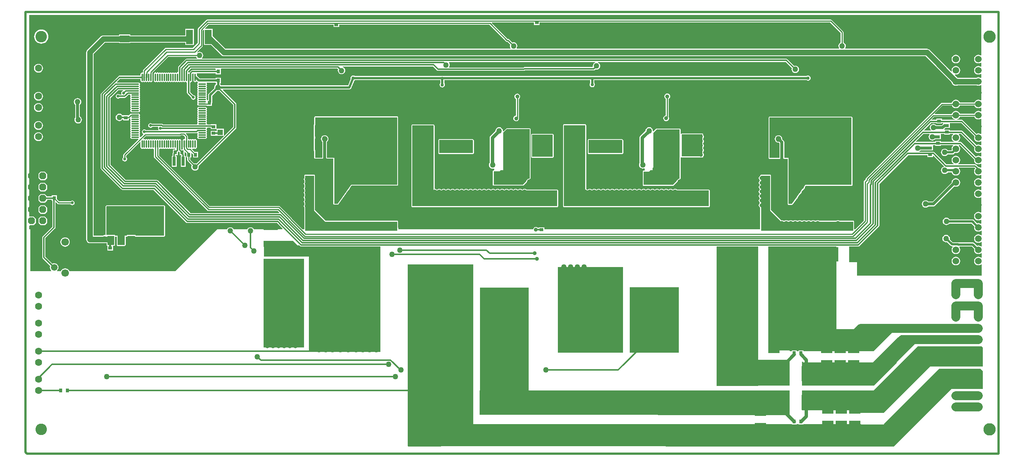
<source format=gbl>
G04 Layer_Physical_Order=2*
G04 Layer_Color=16711680*
%FSLAX42Y42*%
%MOMM*%
G71*
G01*
G75*
%ADD10R,2.60X1.10*%
%ADD17R,0.90X0.70*%
%ADD18R,0.80X0.90*%
%ADD19R,0.70X0.90*%
%ADD20R,1.10X2.60*%
%ADD34R,0.90X0.80*%
%ADD35R,3.30X1.40*%
%ADD36R,2.00X3.50*%
%ADD37R,2.18X1.52*%
%ADD47C,0.30*%
%ADD48C,0.25*%
%ADD49C,0.64*%
%ADD50C,0.50*%
%ADD51C,0.30*%
%ADD52C,0.51*%
%ADD53C,1.27*%
%ADD54C,0.80*%
%ADD56C,0.75*%
%ADD57C,2.00*%
%ADD59C,1.52*%
%ADD60C,2.80*%
G04:AMPARAMS|DCode=61|XSize=1.57mm|YSize=1.57mm|CornerRadius=0mm|HoleSize=0mm|Usage=FLASHONLY|Rotation=90.000|XOffset=0mm|YOffset=0mm|HoleType=Round|Shape=Octagon|*
%AMOCTAGOND61*
4,1,8,0.39,0.79,-0.39,0.79,-0.79,0.39,-0.79,-0.39,-0.39,-0.79,0.39,-0.79,0.79,-0.39,0.79,0.39,0.39,0.79,0.0*
%
%ADD61OCTAGOND61*%

%ADD62C,1.60*%
%ADD63C,1.70*%
%ADD64C,2.60*%
%ADD65C,0.90*%
%ADD66C,1.27*%
%ADD67C,0.64*%
%ADD68C,0.76*%
%ADD69R,1.50X2.00*%
%ADD70R,3.80X2.00*%
%ADD71R,1.55X3.30*%
%ADD72R,0.71X2.01*%
%ADD73R,1.22X1.22*%
%ADD74O,0.30X1.80*%
%ADD75O,1.80X0.30*%
%ADD76R,1.40X3.30*%
G36*
X20630Y10530D02*
Y10308D01*
X20626Y10307D01*
X20608Y10293D01*
X20595Y10276D01*
X20587Y10255D01*
X20584Y10234D01*
X20587Y10212D01*
X20595Y10192D01*
X20601Y10183D01*
X20595Y10171D01*
X13311D01*
X13305Y10183D01*
X13311Y10192D01*
X13320Y10212D01*
X13323Y10234D01*
X13320Y10255D01*
X13311Y10276D01*
X13298Y10293D01*
X13281Y10307D01*
X13260Y10315D01*
X13238Y10318D01*
X13217Y10315D01*
X13208Y10311D01*
X13138Y10382D01*
X13127Y10389D01*
X13114Y10391D01*
X13102D01*
X12741Y10752D01*
X12746Y10764D01*
X13697D01*
Y10706D01*
X13827D01*
Y10764D01*
X20395D01*
X20630Y10530D01*
D02*
G37*
G36*
X13065Y10335D02*
X13076Y10327D01*
X13089Y10325D01*
X13100D01*
X13161Y10264D01*
X13157Y10255D01*
X13154Y10234D01*
X13157Y10212D01*
X13166Y10192D01*
X13172Y10183D01*
X13166Y10171D01*
X6719D01*
X6429Y10461D01*
Y10624D01*
X6266D01*
X6261Y10636D01*
X6336Y10711D01*
X9165D01*
Y10660D01*
X9295D01*
Y10711D01*
X12689D01*
X13065Y10335D01*
D02*
G37*
G36*
X23816Y10021D02*
X23805Y10016D01*
X23798Y10021D01*
X23774Y10031D01*
X23749Y10034D01*
X23724Y10031D01*
X23700Y10021D01*
X23680Y10006D01*
X23665Y9986D01*
X23655Y9962D01*
X23652Y9937D01*
X23655Y9912D01*
X23665Y9888D01*
X23680Y9868D01*
X23700Y9853D01*
X23724Y9843D01*
X23749Y9840D01*
X23774Y9843D01*
X23798Y9853D01*
X23805Y9858D01*
X23816Y9853D01*
Y9767D01*
X23805Y9762D01*
X23798Y9767D01*
X23774Y9777D01*
X23749Y9780D01*
X23724Y9777D01*
X23700Y9767D01*
X23680Y9752D01*
X23665Y9732D01*
X23655Y9708D01*
X23652Y9683D01*
X23655Y9658D01*
X23665Y9634D01*
X23680Y9614D01*
X23700Y9599D01*
X23724Y9589D01*
X23749Y9586D01*
X23774Y9589D01*
X23798Y9599D01*
X23805Y9604D01*
X23816Y9599D01*
Y9513D01*
X23805Y9508D01*
X23798Y9513D01*
X23774Y9523D01*
X23749Y9526D01*
X23724Y9523D01*
X23701Y9513D01*
X23289D01*
X23267Y9523D01*
X23212Y9578D01*
X23214Y9584D01*
X23218Y9589D01*
X23241Y9586D01*
X23266Y9589D01*
X23290Y9599D01*
X23310Y9614D01*
X23325Y9634D01*
X23335Y9658D01*
X23338Y9683D01*
X23335Y9708D01*
X23325Y9732D01*
X23310Y9752D01*
X23290Y9767D01*
X23266Y9777D01*
X23241Y9780D01*
X23216Y9777D01*
X23192Y9767D01*
X23172Y9752D01*
X23157Y9732D01*
X23147Y9708D01*
X23144Y9683D01*
X23147Y9660D01*
X23142Y9656D01*
X23136Y9654D01*
X22643Y10146D01*
X22626Y10159D01*
X22605Y10168D01*
X22584Y10171D01*
X20741D01*
X20735Y10183D01*
X20741Y10192D01*
X20749Y10212D01*
X20752Y10234D01*
X20749Y10255D01*
X20741Y10276D01*
X20728Y10293D01*
X20710Y10307D01*
X20696Y10312D01*
Y10544D01*
X20694Y10556D01*
X20686Y10567D01*
X20432Y10821D01*
X20422Y10828D01*
X20409Y10831D01*
X6311D01*
X6298Y10828D01*
X6288Y10821D01*
X6106Y10639D01*
X6099Y10628D01*
X6096Y10616D01*
Y10304D01*
X5983Y10191D01*
X5372D01*
X5359Y10188D01*
X5349Y10181D01*
X4864Y9696D01*
X4856Y9685D01*
X4854Y9673D01*
Y9644D01*
X4841Y9634D01*
X4837Y9635D01*
X4824Y9632D01*
X4812Y9624D01*
X4804Y9613D01*
X4802Y9599D01*
Y9560D01*
X4323D01*
X4309Y9557D01*
X4297Y9549D01*
X3914Y9166D01*
X3906Y9155D01*
X3904Y9141D01*
Y7464D01*
X3906Y7451D01*
X3914Y7439D01*
X4368Y6985D01*
X4380Y6977D01*
X4393Y6975D01*
X5094D01*
X5831Y6237D01*
X5843Y6230D01*
X5856Y6227D01*
X7888D01*
X7914Y6201D01*
X7914Y6199D01*
X7922Y6187D01*
X8013Y6096D01*
X8009Y6084D01*
X7364D01*
X7363Y6087D01*
X7349Y6105D01*
X7332Y6118D01*
X7312Y6127D01*
X7290Y6129D01*
X7268Y6127D01*
X7248Y6118D01*
X7230Y6105D01*
X7217Y6087D01*
X7216Y6084D01*
X6907D01*
X6906Y6087D01*
X6892Y6105D01*
X6875Y6118D01*
X6854Y6127D01*
X6833Y6129D01*
X6811Y6127D01*
X6790Y6118D01*
X6773Y6105D01*
X6760Y6087D01*
X6758Y6084D01*
X6541D01*
X5588Y5131D01*
X3194Y5131D01*
X3188Y5146D01*
X3171Y5168D01*
X3149Y5185D01*
X3124Y5195D01*
X3096Y5199D01*
X3069Y5195D01*
X3043Y5185D01*
X3021Y5168D01*
X3005Y5146D01*
X2998Y5131D01*
X2912D01*
X2907Y5144D01*
X2916Y5150D01*
X2931Y5170D01*
X2941Y5193D01*
X2944Y5219D01*
X2941Y5244D01*
X2931Y5267D01*
X2916Y5287D01*
X2896Y5303D01*
X2872Y5312D01*
X2847Y5316D01*
X2822Y5312D01*
X2809Y5307D01*
X2652Y5464D01*
Y5886D01*
X2862Y6096D01*
X2866Y6100D01*
X2874Y6112D01*
X2877Y6126D01*
Y6690D01*
X2889Y6695D01*
X2926Y6658D01*
X2936Y6651D01*
X2949Y6648D01*
X3218D01*
X3220Y6644D01*
X3238Y6633D01*
X3258Y6629D01*
X3278Y6633D01*
X3295Y6644D01*
X3306Y6662D01*
X3310Y6682D01*
X3306Y6702D01*
X3295Y6719D01*
X3278Y6730D01*
X3258Y6734D01*
X3238Y6730D01*
X3220Y6719D01*
X3218Y6715D01*
X2963D01*
X2911Y6767D01*
Y6855D01*
X2791D01*
Y6825D01*
X2690D01*
Y6831D01*
X2640Y6881D01*
X2541D01*
X2492Y6831D01*
Y6732D01*
X2541Y6683D01*
X2640D01*
X2690Y6732D01*
Y6754D01*
X2791D01*
Y6725D01*
X2805D01*
Y6140D01*
X2749Y6084D01*
X2591Y5926D01*
X2583Y5914D01*
X2581Y5901D01*
Y5450D01*
X2583Y5436D01*
X2591Y5424D01*
X2759Y5257D01*
X2754Y5244D01*
X2750Y5219D01*
X2754Y5193D01*
X2763Y5170D01*
X2779Y5150D01*
X2787Y5144D01*
X2783Y5131D01*
X2311D01*
Y6083D01*
X2312Y6084D01*
X2286D01*
Y6163D01*
X2299Y6175D01*
X2386D01*
X2436Y6224D01*
Y6323D01*
X2386Y6373D01*
X2287D01*
X2286Y6373D01*
X2286Y10935D01*
X23816Y10935D01*
X23816Y10021D01*
D02*
G37*
G36*
X15085Y9858D02*
X15071Y9852D01*
X15053Y9839D01*
X15040Y9821D01*
X15032Y9801D01*
X15029Y9779D01*
X15030Y9766D01*
X15020Y9754D01*
X13482D01*
X13468Y9751D01*
X13457Y9743D01*
X13455Y9742D01*
X11782D01*
X11776Y9754D01*
X11782Y9762D01*
X11791Y9783D01*
X11794Y9804D01*
X11791Y9826D01*
X11782Y9847D01*
X11774Y9858D01*
X11780Y9870D01*
X15082D01*
X15085Y9858D01*
D02*
G37*
G36*
X6061Y9976D02*
X6075Y9958D01*
X6080Y9954D01*
X6075Y9942D01*
X5842D01*
X5828Y9939D01*
X5817Y9931D01*
X5662Y9776D01*
X5654Y9765D01*
X5652Y9751D01*
Y9645D01*
X5639Y9635D01*
X5637Y9635D01*
X5624Y9632D01*
X5612Y9625D01*
X5601Y9632D01*
X5587Y9635D01*
X5574Y9632D01*
X5562Y9625D01*
X5551Y9632D01*
X5537Y9635D01*
X5524Y9632D01*
X5512Y9625D01*
X5501Y9632D01*
X5487Y9635D01*
X5474Y9632D01*
X5462Y9625D01*
X5451Y9632D01*
X5437Y9635D01*
X5424Y9632D01*
X5412Y9625D01*
X5401Y9632D01*
X5387Y9635D01*
X5374Y9632D01*
X5362Y9625D01*
X5351Y9632D01*
X5337Y9635D01*
X5324Y9632D01*
X5312Y9625D01*
X5301Y9632D01*
X5287Y9635D01*
X5274Y9632D01*
X5262Y9625D01*
X5251Y9632D01*
X5237Y9635D01*
X5224Y9632D01*
X5212Y9625D01*
X5201Y9632D01*
X5187Y9635D01*
X5174Y9632D01*
X5162Y9625D01*
X5151Y9632D01*
X5137Y9635D01*
X5124Y9632D01*
X5112Y9624D01*
X5104Y9613D01*
X5102Y9599D01*
Y9449D01*
X5104Y9436D01*
X5112Y9424D01*
X5124Y9416D01*
X5137Y9414D01*
X5151Y9416D01*
X5162Y9424D01*
X5174Y9416D01*
X5187Y9414D01*
X5201Y9416D01*
X5212Y9424D01*
X5224Y9416D01*
X5237Y9414D01*
X5251Y9416D01*
X5262Y9424D01*
X5274Y9416D01*
X5287Y9414D01*
X5301Y9416D01*
X5312Y9424D01*
X5324Y9416D01*
X5337Y9414D01*
X5351Y9416D01*
X5362Y9424D01*
X5374Y9416D01*
X5387Y9414D01*
X5401Y9416D01*
X5412Y9424D01*
X5424Y9416D01*
X5437Y9414D01*
X5451Y9416D01*
X5462Y9424D01*
X5474Y9416D01*
X5487Y9414D01*
X5501Y9416D01*
X5512Y9424D01*
X5524Y9416D01*
X5537Y9414D01*
X5551Y9416D01*
X5562Y9424D01*
X5574Y9416D01*
X5587Y9414D01*
X5601Y9416D01*
X5612Y9424D01*
X5624Y9416D01*
X5637Y9414D01*
X5651Y9416D01*
X5662Y9424D01*
X5674Y9416D01*
X5687Y9414D01*
X5701Y9416D01*
X5712Y9424D01*
X5724Y9416D01*
X5737Y9414D01*
X5751Y9416D01*
X5762Y9424D01*
X5774Y9416D01*
X5787Y9414D01*
X5801Y9416D01*
X5812Y9424D01*
X5824Y9416D01*
X5837Y9414D01*
X5839Y9414D01*
X5852Y9403D01*
Y9175D01*
X5854Y9161D01*
X5862Y9150D01*
X5942Y9070D01*
X5942Y9068D01*
X5946Y9048D01*
X5957Y9030D01*
X5974Y9019D01*
X5994Y9015D01*
X6015Y9019D01*
X6032Y9030D01*
X6043Y9048D01*
X6047Y9068D01*
X6043Y9088D01*
X6032Y9105D01*
X6015Y9117D01*
X5994Y9121D01*
X5992Y9120D01*
X5923Y9190D01*
Y9403D01*
X5936Y9414D01*
X5937Y9414D01*
X5951Y9416D01*
X5962Y9424D01*
X5970Y9436D01*
X5973Y9449D01*
Y9524D01*
X5973Y9524D01*
Y9604D01*
X5982Y9613D01*
X5994Y9613D01*
X6002Y9603D01*
X6002Y9599D01*
Y9525D01*
X6001Y9524D01*
X6002Y9523D01*
Y9449D01*
X6004Y9436D01*
X6012Y9424D01*
X6024Y9416D01*
X6037Y9414D01*
X6051Y9416D01*
X6062Y9424D01*
X6063Y9425D01*
X6080Y9427D01*
X6090Y9416D01*
X6090Y9416D01*
X6096Y9412D01*
Y9397D01*
X6092Y9394D01*
X6084Y9383D01*
X6082Y9369D01*
X6084Y9356D01*
X6092Y9344D01*
X6084Y9333D01*
X6082Y9319D01*
X6084Y9306D01*
X6092Y9294D01*
X6084Y9283D01*
X6082Y9269D01*
X6084Y9256D01*
X6092Y9244D01*
X6084Y9233D01*
X6082Y9219D01*
X6084Y9206D01*
X6092Y9194D01*
X6084Y9183D01*
X6082Y9169D01*
X6084Y9156D01*
X6092Y9144D01*
X6084Y9133D01*
X6082Y9119D01*
X6084Y9106D01*
X6092Y9094D01*
X6084Y9083D01*
X6082Y9069D01*
X6084Y9056D01*
X6092Y9044D01*
X6084Y9033D01*
X6082Y9019D01*
X6084Y9006D01*
X6092Y8994D01*
X6084Y8983D01*
X6082Y8969D01*
X6084Y8956D01*
X6092Y8944D01*
X6084Y8933D01*
X6082Y8919D01*
X6084Y8906D01*
X6092Y8894D01*
X6104Y8886D01*
X6117Y8884D01*
X6267D01*
X6279Y8886D01*
X6296D01*
Y8876D01*
X6416D01*
Y8937D01*
X6420Y8942D01*
X6423Y8960D01*
Y9101D01*
X6537Y9214D01*
X6553Y9212D01*
X6575Y9215D01*
X6581Y9218D01*
X6898Y8901D01*
Y8397D01*
X6698Y8196D01*
X6685Y8202D01*
Y8358D01*
X6529D01*
X6523Y8358D01*
X6517Y8368D01*
Y8461D01*
X6387D01*
Y8455D01*
X6313D01*
X6303Y8468D01*
X6303Y8469D01*
X6300Y8483D01*
X6293Y8494D01*
X6300Y8506D01*
X6303Y8519D01*
X6300Y8533D01*
X6293Y8544D01*
X6300Y8556D01*
X6303Y8569D01*
X6300Y8583D01*
X6293Y8594D01*
X6300Y8606D01*
X6303Y8619D01*
X6300Y8633D01*
X6293Y8644D01*
X6300Y8656D01*
X6303Y8669D01*
X6300Y8683D01*
X6293Y8694D01*
X6300Y8706D01*
X6303Y8719D01*
X6300Y8733D01*
X6293Y8744D01*
X6300Y8756D01*
X6303Y8769D01*
X6300Y8783D01*
X6293Y8794D01*
X6300Y8806D01*
X6303Y8819D01*
X6300Y8833D01*
X6292Y8844D01*
X6281Y8852D01*
X6267Y8855D01*
X6117D01*
X6104Y8852D01*
X6092Y8844D01*
X6084Y8833D01*
X6082Y8819D01*
X6084Y8806D01*
X6092Y8794D01*
X6084Y8783D01*
X6082Y8769D01*
X6084Y8756D01*
X6092Y8744D01*
X6084Y8733D01*
X6082Y8719D01*
X6084Y8706D01*
X6092Y8694D01*
X6084Y8683D01*
X6082Y8669D01*
X6084Y8656D01*
X6092Y8644D01*
X6084Y8633D01*
X6082Y8619D01*
X6084Y8606D01*
X6092Y8594D01*
X6084Y8583D01*
X6082Y8569D01*
X6084Y8556D01*
X6092Y8544D01*
X6084Y8533D01*
X6082Y8519D01*
X6084Y8506D01*
X6092Y8494D01*
X6084Y8483D01*
X6082Y8469D01*
X6082Y8468D01*
X6071Y8455D01*
X5311D01*
X5304Y8461D01*
X5293Y8469D01*
X5279Y8472D01*
X5064D01*
X5049Y8482D01*
X5029Y8486D01*
X5009Y8482D01*
X4992Y8470D01*
X4980Y8453D01*
X4976Y8433D01*
X4980Y8413D01*
X4992Y8395D01*
X5009Y8384D01*
X5029Y8380D01*
X5049Y8384D01*
X5067Y8395D01*
X5070Y8400D01*
X5197D01*
X5198Y8398D01*
X5202Y8388D01*
X5199Y8369D01*
X5203Y8349D01*
X5209Y8339D01*
X5202Y8327D01*
X4926D01*
X4925Y8328D01*
X4908Y8340D01*
X4887Y8344D01*
X4867Y8340D01*
X4850Y8328D01*
X4839Y8311D01*
X4835Y8291D01*
X4839Y8271D01*
X4850Y8254D01*
X4861Y8246D01*
X4864Y8231D01*
X4805Y8172D01*
X4792Y8176D01*
X4790Y8183D01*
X4783Y8194D01*
X4790Y8206D01*
X4793Y8219D01*
X4790Y8233D01*
X4783Y8244D01*
X4790Y8256D01*
X4793Y8269D01*
X4790Y8283D01*
X4783Y8294D01*
X4790Y8306D01*
X4793Y8319D01*
X4790Y8333D01*
X4783Y8344D01*
X4790Y8356D01*
X4793Y8369D01*
X4790Y8383D01*
X4783Y8394D01*
X4790Y8406D01*
X4793Y8419D01*
X4790Y8433D01*
X4783Y8444D01*
X4790Y8456D01*
X4793Y8469D01*
X4790Y8483D01*
X4783Y8494D01*
X4790Y8506D01*
X4793Y8519D01*
X4790Y8533D01*
X4783Y8544D01*
X4790Y8556D01*
X4793Y8569D01*
X4790Y8583D01*
X4783Y8594D01*
X4790Y8606D01*
X4793Y8619D01*
X4790Y8633D01*
X4783Y8644D01*
X4790Y8656D01*
X4793Y8669D01*
X4790Y8683D01*
X4782Y8694D01*
X4771Y8702D01*
X4757Y8705D01*
X4607D01*
X4594Y8702D01*
X4591Y8700D01*
X4587D01*
X4575Y8698D01*
X4564Y8690D01*
X4545Y8671D01*
X4535Y8664D01*
Y8664D01*
X4535Y8664D01*
X4405D01*
X4405Y8664D01*
X4393Y8665D01*
X4384Y8676D01*
X4366Y8690D01*
X4346Y8698D01*
X4324Y8701D01*
X4302Y8698D01*
X4282Y8690D01*
X4265Y8676D01*
X4251Y8659D01*
X4243Y8639D01*
X4240Y8617D01*
X4243Y8595D01*
X4251Y8575D01*
X4265Y8557D01*
X4282Y8544D01*
X4302Y8535D01*
X4324Y8533D01*
X4346Y8535D01*
X4366Y8544D01*
X4384Y8557D01*
X4393Y8569D01*
X4405Y8565D01*
Y8544D01*
X4535D01*
Y8583D01*
X4537D01*
X4550Y8586D01*
X4557Y8591D01*
X4569Y8589D01*
X4573Y8587D01*
X4574Y8583D01*
X4574Y8583D01*
X4572Y8569D01*
X4574Y8556D01*
X4582Y8544D01*
X4574Y8533D01*
X4572Y8519D01*
X4574Y8506D01*
X4582Y8494D01*
X4574Y8483D01*
X4572Y8469D01*
X4574Y8456D01*
X4582Y8444D01*
X4574Y8433D01*
X4572Y8419D01*
X4574Y8406D01*
X4582Y8394D01*
X4574Y8383D01*
X4572Y8369D01*
X4574Y8356D01*
X4582Y8344D01*
X4574Y8333D01*
X4572Y8319D01*
X4574Y8306D01*
X4582Y8294D01*
X4574Y8283D01*
X4572Y8269D01*
X4574Y8256D01*
X4582Y8244D01*
X4574Y8233D01*
X4572Y8219D01*
X4574Y8206D01*
X4582Y8194D01*
X4574Y8183D01*
X4572Y8169D01*
X4574Y8156D01*
X4582Y8144D01*
X4594Y8136D01*
X4607Y8134D01*
X4749D01*
X4754Y8121D01*
X4421Y7788D01*
X4414Y7777D01*
X4412Y7764D01*
Y7711D01*
X4408Y7708D01*
X4396Y7691D01*
X4392Y7671D01*
X4396Y7651D01*
X4408Y7633D01*
X4425Y7622D01*
X4445Y7618D01*
X4465Y7622D01*
X4482Y7633D01*
X4494Y7651D01*
X4498Y7671D01*
X4494Y7691D01*
X4482Y7708D01*
X4478Y7711D01*
Y7751D01*
X4790Y8062D01*
X4802Y8057D01*
Y7939D01*
X4804Y7926D01*
X4812Y7914D01*
X4824Y7906D01*
X4837Y7904D01*
X4851Y7906D01*
X4862Y7914D01*
X4874Y7906D01*
X4887Y7904D01*
X4901Y7906D01*
X4912Y7914D01*
X4924Y7906D01*
X4937Y7904D01*
X4951Y7906D01*
X4962Y7914D01*
X4974Y7906D01*
X4987Y7904D01*
X5001Y7906D01*
X5012Y7914D01*
X5024Y7906D01*
X5037Y7904D01*
X5051Y7906D01*
X5062Y7914D01*
X5074Y7906D01*
X5087Y7904D01*
X5091Y7904D01*
X5104Y7894D01*
Y7727D01*
X5106Y7714D01*
X5114Y7704D01*
X6313Y6504D01*
X6324Y6497D01*
X6337Y6494D01*
X7903D01*
X7938Y6460D01*
X7933Y6448D01*
X5933D01*
X5193Y7188D01*
X5182Y7196D01*
X5168Y7198D01*
X4468D01*
X4125Y7541D01*
Y9053D01*
X4306Y9234D01*
X4403D01*
X4410Y9221D01*
X4408Y9217D01*
X4398Y9215D01*
X4381Y9204D01*
X4370Y9187D01*
X4366Y9166D01*
X4370Y9146D01*
X4373Y9142D01*
X4366Y9129D01*
X4331D01*
X4330Y9131D01*
X4313Y9142D01*
X4293Y9146D01*
X4272Y9142D01*
X4255Y9131D01*
X4244Y9113D01*
X4240Y9093D01*
X4244Y9073D01*
X4255Y9056D01*
X4272Y9044D01*
X4293Y9040D01*
X4313Y9044D01*
X4330Y9056D01*
X4331Y9058D01*
X4445D01*
X4459Y9060D01*
X4470Y9068D01*
X4536Y9134D01*
X4561D01*
X4572Y9121D01*
X4572Y9119D01*
X4574Y9106D01*
X4582Y9094D01*
X4574Y9083D01*
X4572Y9069D01*
X4574Y9056D01*
X4582Y9044D01*
X4574Y9033D01*
X4572Y9019D01*
X4574Y9006D01*
X4582Y8994D01*
X4574Y8983D01*
X4572Y8969D01*
X4574Y8956D01*
X4582Y8944D01*
X4574Y8933D01*
X4572Y8919D01*
X4574Y8906D01*
X4582Y8894D01*
X4574Y8883D01*
X4572Y8869D01*
X4574Y8856D01*
X4582Y8844D01*
X4574Y8833D01*
X4572Y8819D01*
X4574Y8806D01*
X4582Y8794D01*
X4574Y8783D01*
X4572Y8769D01*
X4574Y8756D01*
X4582Y8744D01*
X4594Y8736D01*
X4607Y8734D01*
X4757D01*
X4771Y8736D01*
X4782Y8744D01*
X4790Y8756D01*
X4793Y8769D01*
X4790Y8783D01*
X4783Y8794D01*
X4790Y8806D01*
X4793Y8819D01*
X4790Y8833D01*
X4783Y8844D01*
X4790Y8856D01*
X4793Y8869D01*
X4790Y8883D01*
X4783Y8894D01*
X4790Y8906D01*
X4793Y8919D01*
X4790Y8933D01*
X4783Y8944D01*
X4790Y8956D01*
X4793Y8969D01*
X4790Y8983D01*
X4783Y8994D01*
X4790Y9006D01*
X4793Y9019D01*
X4790Y9033D01*
X4783Y9044D01*
X4790Y9056D01*
X4793Y9069D01*
X4790Y9083D01*
X4783Y9094D01*
X4790Y9106D01*
X4793Y9119D01*
X4790Y9133D01*
X4783Y9144D01*
X4790Y9156D01*
X4793Y9169D01*
X4790Y9183D01*
X4783Y9194D01*
X4790Y9206D01*
X4793Y9219D01*
X4790Y9233D01*
X4783Y9244D01*
X4790Y9256D01*
X4793Y9269D01*
X4790Y9283D01*
X4783Y9294D01*
X4790Y9306D01*
X4793Y9319D01*
X4790Y9333D01*
X4783Y9344D01*
X4790Y9356D01*
X4793Y9369D01*
X4790Y9383D01*
X4782Y9394D01*
X4771Y9402D01*
X4757Y9405D01*
X4270D01*
X4266Y9417D01*
X4337Y9489D01*
X4802D01*
Y9449D01*
X4804Y9436D01*
X4812Y9424D01*
X4824Y9416D01*
X4837Y9414D01*
X4851Y9416D01*
X4862Y9424D01*
X4874Y9416D01*
X4887Y9414D01*
X4901Y9416D01*
X4912Y9424D01*
X4924Y9416D01*
X4937Y9414D01*
X4951Y9416D01*
X4962Y9424D01*
X4974Y9416D01*
X4987Y9414D01*
X5001Y9416D01*
X5012Y9424D01*
X5024Y9416D01*
X5037Y9414D01*
X5051Y9416D01*
X5062Y9424D01*
X5070Y9436D01*
X5073Y9449D01*
Y9599D01*
X5073Y9599D01*
Y9627D01*
X5430Y9984D01*
X6058D01*
X6061Y9976D01*
D02*
G37*
G36*
X6499Y9717D02*
Y9688D01*
X5969D01*
X5956Y9685D01*
X5944Y9677D01*
X5912Y9645D01*
X5910Y9642D01*
X5902Y9634D01*
X5891Y9634D01*
X5887Y9635D01*
X5877Y9643D01*
X5877Y9656D01*
X5941Y9720D01*
X6488D01*
X6499Y9717D01*
D02*
G37*
G36*
X6234Y10592D02*
Y10254D01*
X6397D01*
X6625Y10027D01*
X6642Y10013D01*
X6663Y10005D01*
X6684Y10002D01*
X22549D01*
X23147Y9403D01*
X23157Y9380D01*
X23172Y9360D01*
X23192Y9345D01*
X23216Y9335D01*
X23241Y9332D01*
X23266Y9335D01*
X23289Y9345D01*
X23701D01*
X23724Y9335D01*
X23749Y9332D01*
X23774Y9335D01*
X23798Y9345D01*
X23805Y9350D01*
X23816Y9345D01*
X23816Y9005D01*
X23805Y9000D01*
X23798Y9005D01*
X23774Y9015D01*
X23749Y9018D01*
X23724Y9015D01*
X23700Y9005D01*
X23680Y8990D01*
X23665Y8970D01*
X23659Y8954D01*
X23331D01*
X23325Y8970D01*
X23310Y8990D01*
X23290Y9005D01*
X23266Y9015D01*
X23241Y9018D01*
X23216Y9015D01*
X23192Y9005D01*
X23172Y8990D01*
X23157Y8970D01*
X23148Y8949D01*
X22923D01*
X22910Y8946D01*
X22899Y8939D01*
X21205Y7245D01*
X21198Y7235D01*
X21196Y7222D01*
Y7210D01*
X21165Y7180D01*
X21158Y7169D01*
X21156Y7156D01*
Y6281D01*
X20959Y6084D01*
X20939D01*
X20939Y6255D01*
X20937Y6263D01*
X20933Y6269D01*
X20926Y6274D01*
X20918Y6275D01*
X20613D01*
X20607Y6280D01*
X20591Y6286D01*
X20574Y6289D01*
X20557Y6286D01*
X20541Y6280D01*
X20535Y6275D01*
X20156D01*
X20150Y6280D01*
X20134Y6286D01*
X20117Y6289D01*
X20100Y6286D01*
X20084Y6280D01*
X20078Y6275D01*
X20054D01*
X20048Y6280D01*
X20032Y6286D01*
X20015Y6289D01*
X19998Y6286D01*
X19982Y6280D01*
X19976Y6275D01*
X19952D01*
X19946Y6280D01*
X19931Y6286D01*
X19914Y6289D01*
X19897Y6286D01*
X19881Y6280D01*
X19875Y6275D01*
X19851D01*
X19845Y6280D01*
X19829Y6286D01*
X19812Y6289D01*
X19795Y6286D01*
X19779Y6280D01*
X19773Y6275D01*
X19749D01*
X19743Y6280D01*
X19727Y6286D01*
X19710Y6289D01*
X19693Y6286D01*
X19678Y6280D01*
X19672Y6275D01*
X19648D01*
X19642Y6280D01*
X19626Y6286D01*
X19609Y6289D01*
X19592Y6286D01*
X19576Y6280D01*
X19570Y6275D01*
X19546D01*
X19540Y6280D01*
X19524Y6286D01*
X19507Y6289D01*
X19490Y6286D01*
X19474Y6280D01*
X19468Y6275D01*
X19444D01*
X19438Y6280D01*
X19423Y6286D01*
X19406Y6289D01*
X19389Y6286D01*
X19373Y6280D01*
X19367Y6275D01*
X19343D01*
X19337Y6280D01*
X19321Y6286D01*
X19304Y6289D01*
X19290Y6287D01*
X19256Y6320D01*
X19256Y6320D01*
X19078Y6498D01*
X19078Y6498D01*
X19059Y6517D01*
Y7296D01*
X19057Y7304D01*
X19053Y7311D01*
X19046Y7315D01*
X19039Y7317D01*
X18835Y7317D01*
X18828Y7315D01*
X18821Y7311D01*
X18817Y7304D01*
X18815Y7296D01*
Y7296D01*
X18814Y7296D01*
X18800Y7285D01*
X18790Y7272D01*
X18783Y7256D01*
X18781Y7239D01*
X18783Y7222D01*
X18790Y7206D01*
X18800Y7193D01*
Y7184D01*
X18790Y7170D01*
X18783Y7154D01*
X18781Y7137D01*
X18783Y7120D01*
X18790Y7105D01*
X18800Y7091D01*
Y7082D01*
X18790Y7069D01*
X18783Y7053D01*
X18781Y7036D01*
X18783Y7019D01*
X18790Y7003D01*
X18800Y6989D01*
Y6981D01*
X18790Y6967D01*
X18783Y6951D01*
X18781Y6934D01*
X18783Y6917D01*
X18790Y6901D01*
X18800Y6888D01*
Y6879D01*
X18790Y6865D01*
X18783Y6850D01*
X18781Y6833D01*
X18783Y6816D01*
X18790Y6800D01*
X18800Y6786D01*
Y6777D01*
X18790Y6764D01*
X18783Y6748D01*
X18781Y6731D01*
X18783Y6714D01*
X18790Y6698D01*
X18800Y6685D01*
Y6676D01*
X18790Y6662D01*
X18783Y6646D01*
X18781Y6629D01*
X18783Y6612D01*
X18790Y6597D01*
X18800Y6583D01*
X18814Y6573D01*
X18815Y6572D01*
Y6084D01*
X13933D01*
Y6127D01*
X13803D01*
Y6117D01*
X13791Y6113D01*
X13788Y6117D01*
X13774Y6127D01*
X13758Y6134D01*
X13741Y6136D01*
X13724Y6134D01*
X13709Y6127D01*
X13695Y6117D01*
X13685Y6103D01*
X13678Y6088D01*
X13678Y6084D01*
X10640Y6084D01*
X10632Y6094D01*
X10632Y6096D01*
X10630Y6113D01*
X10626Y6121D01*
X10626Y6255D01*
X10625Y6263D01*
X10620Y6269D01*
X10614Y6274D01*
X10606Y6275D01*
X8989D01*
X8944Y6320D01*
X8944Y6320D01*
X8766Y6498D01*
X8766Y6498D01*
X8747Y6517D01*
Y7296D01*
X8745Y7304D01*
X8741Y7311D01*
X8734Y7315D01*
X8726Y7317D01*
X8523Y7317D01*
X8515Y7315D01*
X8509Y7311D01*
X8504Y7304D01*
X8503Y7296D01*
Y7245D01*
X8496Y7231D01*
X8494Y7214D01*
X8496Y7197D01*
X8503Y7182D01*
Y7144D01*
X8496Y7129D01*
X8494Y7112D01*
X8496Y7095D01*
X8503Y7080D01*
Y7042D01*
X8496Y7027D01*
X8494Y7010D01*
X8496Y6993D01*
X8503Y6979D01*
Y6941D01*
X8496Y6926D01*
X8494Y6909D01*
X8496Y6892D01*
X8503Y6877D01*
Y6839D01*
X8496Y6824D01*
X8494Y6807D01*
X8496Y6790D01*
X8503Y6775D01*
Y6737D01*
X8496Y6723D01*
X8494Y6706D01*
X8496Y6689D01*
X8503Y6674D01*
Y6636D01*
X8496Y6621D01*
X8494Y6604D01*
X8496Y6587D01*
X8503Y6572D01*
Y6084D01*
X8467D01*
X8221Y6329D01*
X8221Y6332D01*
X8214Y6342D01*
X7954Y6602D01*
X7943Y6609D01*
X7930Y6612D01*
X6364D01*
X5221Y7755D01*
Y7894D01*
X5233Y7904D01*
X5237Y7904D01*
X5251Y7906D01*
X5262Y7914D01*
X5274Y7906D01*
X5287Y7904D01*
X5301Y7906D01*
X5312Y7914D01*
X5324Y7906D01*
X5337Y7904D01*
X5351Y7906D01*
X5362Y7914D01*
X5374Y7906D01*
X5387Y7904D01*
X5401Y7906D01*
X5412Y7914D01*
X5424Y7906D01*
X5437Y7904D01*
X5451Y7906D01*
X5462Y7914D01*
X5474Y7906D01*
X5487Y7904D01*
X5501Y7906D01*
X5512Y7914D01*
X5524Y7906D01*
X5537Y7904D01*
X5551Y7906D01*
X5562Y7914D01*
X5574Y7906D01*
X5580Y7905D01*
X5589Y7893D01*
X5589Y7891D01*
X5588Y7888D01*
X5534D01*
Y7817D01*
X5530Y7810D01*
X5527Y7797D01*
Y7740D01*
X5507D01*
Y7500D01*
X5618D01*
Y7740D01*
X5598D01*
Y7758D01*
X5644D01*
Y7828D01*
X5662Y7846D01*
X5666Y7846D01*
X5684Y7828D01*
Y7758D01*
X5725D01*
X5729Y7755D01*
Y7740D01*
X5709D01*
Y7500D01*
X5820D01*
Y7740D01*
X5800D01*
Y7770D01*
X5797Y7783D01*
X5794Y7788D01*
Y7831D01*
X5806Y7836D01*
X5839Y7802D01*
Y7707D01*
X5861D01*
Y7647D01*
X5863Y7634D01*
X5870Y7623D01*
X5960Y7533D01*
X5952Y7515D01*
X5950Y7493D01*
X5952Y7471D01*
X5961Y7451D01*
X5974Y7434D01*
X5992Y7420D01*
X6012Y7412D01*
X6034Y7409D01*
X6056Y7412D01*
X6076Y7420D01*
X6093Y7434D01*
X6107Y7451D01*
X6115Y7471D01*
X6118Y7493D01*
X6115Y7512D01*
X6960Y8357D01*
X6967Y8368D01*
X6970Y8382D01*
Y8915D01*
X6967Y8929D01*
X6960Y8941D01*
X6662Y9238D01*
X6667Y9250D01*
X9525D01*
X9525Y9250D01*
X9525Y9250D01*
X9534Y9252D01*
X9543Y9254D01*
X9543Y9254D01*
X9543Y9254D01*
X9550Y9259D01*
X9558Y9264D01*
X9558Y9264D01*
X9558Y9264D01*
X9563Y9271D01*
X9568Y9279D01*
X9568Y9279D01*
X9568Y9279D01*
X9641Y9457D01*
X9647Y9461D01*
X11579D01*
Y9391D01*
X11570Y9378D01*
X11566Y9355D01*
X11570Y9333D01*
X11583Y9313D01*
X11602Y9301D01*
X11625Y9296D01*
X11648Y9301D01*
X11667Y9313D01*
X11680Y9333D01*
X11684Y9355D01*
X11680Y9378D01*
X11671Y9391D01*
Y9461D01*
X14968D01*
Y9390D01*
X14962Y9381D01*
X14957Y9358D01*
X14962Y9335D01*
X14975Y9316D01*
X14994Y9303D01*
X15016Y9299D01*
X15039Y9303D01*
X15058Y9316D01*
X15071Y9335D01*
X15076Y9358D01*
X15071Y9381D01*
X15060Y9398D01*
Y9461D01*
X19862D01*
X19876Y9452D01*
X19898Y9448D01*
X19921Y9452D01*
X19940Y9465D01*
X19953Y9485D01*
X19958Y9507D01*
X19953Y9530D01*
X19940Y9549D01*
X19921Y9562D01*
X19898Y9566D01*
X19876Y9562D01*
X19862Y9553D01*
X11643D01*
X11641Y9555D01*
X11623Y9558D01*
X11605Y9555D01*
X11603Y9553D01*
X9647D01*
X9634Y9562D01*
X9611Y9566D01*
X9589Y9562D01*
X9569Y9549D01*
X9557Y9530D01*
X9552Y9507D01*
X9555Y9492D01*
X9494Y9343D01*
X6623D01*
X6613Y9356D01*
X6606Y9361D01*
Y9384D01*
X6619D01*
Y9514D01*
X6499D01*
Y9495D01*
X6142D01*
X6080Y9557D01*
X6073Y9562D01*
Y9599D01*
X6072Y9604D01*
X6082Y9616D01*
X6499D01*
Y9587D01*
X6619D01*
Y9717D01*
X6631Y9720D01*
X9254D01*
X9269Y9706D01*
X9266Y9699D01*
X9263Y9677D01*
X9266Y9656D01*
X9274Y9635D01*
X9288Y9618D01*
X9305Y9604D01*
X9325Y9596D01*
X9347Y9593D01*
X9369Y9596D01*
X9389Y9604D01*
X9407Y9618D01*
X9420Y9635D01*
X9429Y9656D01*
X9431Y9677D01*
X9429Y9699D01*
X9420Y9720D01*
X9407Y9737D01*
X9389Y9750D01*
X9372Y9758D01*
X9374Y9770D01*
X11415D01*
X11505Y9681D01*
X11516Y9673D01*
X11530Y9670D01*
X13470D01*
X13483Y9673D01*
X13495Y9681D01*
X13497Y9682D01*
X15052D01*
X15066Y9685D01*
X15077Y9693D01*
X15085Y9700D01*
X15091Y9698D01*
X15113Y9695D01*
X15135Y9698D01*
X15155Y9706D01*
X15173Y9719D01*
X15186Y9737D01*
X15194Y9757D01*
X15197Y9779D01*
X15194Y9801D01*
X15186Y9821D01*
X15173Y9839D01*
X15155Y9852D01*
X15141Y9858D01*
X15142Y9858D01*
X15144Y9870D01*
X19391D01*
X19530Y9731D01*
X19527Y9725D01*
X19525Y9703D01*
X19527Y9681D01*
X19536Y9661D01*
X19549Y9643D01*
X19567Y9630D01*
X19587Y9621D01*
X19609Y9619D01*
X19631Y9621D01*
X19651Y9630D01*
X19668Y9643D01*
X19682Y9661D01*
X19690Y9681D01*
X19693Y9703D01*
X19690Y9725D01*
X19682Y9745D01*
X19668Y9762D01*
X19651Y9776D01*
X19631Y9784D01*
X19609Y9787D01*
X19587Y9784D01*
X19581Y9781D01*
X19431Y9931D01*
X19419Y9939D01*
X19406Y9942D01*
X6193D01*
X6189Y9954D01*
X6194Y9958D01*
X6207Y9976D01*
X6215Y9996D01*
X6218Y10018D01*
X6215Y10040D01*
X6207Y10060D01*
X6194Y10077D01*
X6176Y10091D01*
X6156Y10099D01*
X6134Y10102D01*
X6112Y10099D01*
X6092Y10091D01*
X6091Y10090D01*
X6083Y10100D01*
X6198Y10215D01*
X6206Y10226D01*
X6208Y10239D01*
Y10583D01*
X6222Y10597D01*
X6234Y10592D01*
D02*
G37*
G36*
X6499Y9384D02*
X6513D01*
Y9370D01*
X6511Y9369D01*
X6494Y9356D01*
X6480Y9339D01*
X6472Y9318D01*
X6469Y9296D01*
X6471Y9280D01*
X6344Y9153D01*
X6334Y9138D01*
X6331Y9120D01*
X6331Y9120D01*
Y9006D01*
X6310D01*
X6302Y9016D01*
X6303Y9019D01*
X6300Y9033D01*
X6293Y9044D01*
X6300Y9056D01*
X6303Y9069D01*
X6300Y9083D01*
X6293Y9094D01*
X6300Y9106D01*
X6303Y9119D01*
X6300Y9133D01*
X6293Y9144D01*
X6300Y9156D01*
X6303Y9169D01*
X6300Y9183D01*
X6293Y9194D01*
X6300Y9206D01*
X6303Y9219D01*
X6300Y9233D01*
X6293Y9244D01*
X6300Y9256D01*
X6303Y9269D01*
X6300Y9283D01*
X6293Y9294D01*
X6300Y9306D01*
X6303Y9319D01*
X6300Y9333D01*
X6293Y9344D01*
X6300Y9356D01*
X6303Y9369D01*
X6300Y9383D01*
X6296Y9390D01*
X6301Y9403D01*
X6499D01*
Y9384D01*
D02*
G37*
G36*
X23665Y8872D02*
X23680Y8852D01*
X23700Y8837D01*
X23724Y8827D01*
X23749Y8824D01*
X23774Y8827D01*
X23798Y8837D01*
X23805Y8842D01*
X23816Y8837D01*
Y8751D01*
X23805Y8746D01*
X23798Y8751D01*
X23774Y8761D01*
X23749Y8764D01*
X23724Y8761D01*
X23700Y8751D01*
X23680Y8736D01*
X23665Y8716D01*
X23659Y8700D01*
X23331D01*
X23325Y8716D01*
X23310Y8736D01*
X23290Y8751D01*
X23266Y8761D01*
X23241Y8764D01*
X23216Y8761D01*
X23192Y8751D01*
X23172Y8736D01*
X23157Y8716D01*
X23148Y8695D01*
X22766D01*
X22761Y8706D01*
X22936Y8882D01*
X23153D01*
X23157Y8872D01*
X23172Y8852D01*
X23192Y8837D01*
X23216Y8827D01*
X23241Y8824D01*
X23266Y8827D01*
X23290Y8837D01*
X23310Y8852D01*
X23325Y8872D01*
X23331Y8888D01*
X23659D01*
X23665Y8872D01*
D02*
G37*
G36*
X23157Y8618D02*
X23172Y8598D01*
X23192Y8583D01*
X23216Y8573D01*
X23221Y8573D01*
X23220Y8560D01*
X22925D01*
Y8588D01*
X22795D01*
Y8560D01*
X22695D01*
X22690Y8572D01*
X22747Y8628D01*
X23153D01*
X23157Y8618D01*
D02*
G37*
G36*
X22953Y8487D02*
X22950Y8470D01*
X22948Y8469D01*
X22948Y8469D01*
X22918Y8438D01*
X22797D01*
X22794Y8443D01*
X22776Y8456D01*
X22756Y8465D01*
X22734Y8467D01*
X22712Y8465D01*
X22692Y8456D01*
X22675Y8443D01*
X22661Y8425D01*
X22653Y8405D01*
X22650Y8383D01*
X22653Y8361D01*
X22661Y8341D01*
X22671Y8329D01*
X22664Y8316D01*
X22522D01*
X22517Y8328D01*
X22678Y8489D01*
X22795D01*
Y8478D01*
X22925D01*
Y8489D01*
X22951D01*
X22953Y8487D01*
D02*
G37*
G36*
X23665Y8618D02*
X23680Y8598D01*
X23700Y8583D01*
X23724Y8573D01*
X23749Y8570D01*
X23774Y8573D01*
X23798Y8583D01*
X23805Y8588D01*
X23816Y8583D01*
X23816Y8243D01*
X23805Y8238D01*
X23798Y8243D01*
X23774Y8253D01*
X23749Y8256D01*
X23724Y8253D01*
X23707Y8246D01*
X23403Y8549D01*
X23392Y8557D01*
X23378Y8560D01*
X23262D01*
X23261Y8573D01*
X23266Y8573D01*
X23290Y8583D01*
X23310Y8598D01*
X23325Y8618D01*
X23331Y8634D01*
X23659D01*
X23665Y8618D01*
D02*
G37*
G36*
X23178Y8232D02*
X23172Y8228D01*
X23157Y8208D01*
X23147Y8184D01*
X23144Y8159D01*
X23147Y8134D01*
X23157Y8110D01*
X23172Y8090D01*
X23192Y8075D01*
X23193Y8075D01*
X23190Y8062D01*
X22900D01*
Y8083D01*
X22770D01*
Y8062D01*
X22339D01*
X22334Y8074D01*
X22505Y8245D01*
X22639D01*
X22645Y8232D01*
X22636Y8220D01*
X22627Y8199D01*
X22625Y8178D01*
X22627Y8156D01*
X22636Y8135D01*
X22649Y8118D01*
X22667Y8105D01*
X22687Y8096D01*
X22709Y8093D01*
X22731Y8096D01*
X22751Y8105D01*
X22768Y8118D01*
X22772Y8123D01*
X22900D01*
Y8233D01*
X22900D01*
X22901Y8245D01*
X22973D01*
Y8227D01*
X23103D01*
Y8245D01*
X23174D01*
X23178Y8232D01*
D02*
G37*
G36*
X6387Y8351D02*
X6510D01*
X6517Y8351D01*
X6523Y8341D01*
Y8321D01*
X6517Y8311D01*
X6387D01*
Y8201D01*
X6517D01*
X6523Y8196D01*
Y8196D01*
X6679D01*
X6685Y8183D01*
X6070Y7569D01*
X6056Y7575D01*
X6034Y7577D01*
X6013Y7575D01*
X5927Y7660D01*
Y7707D01*
X5949D01*
Y7804D01*
X5961Y7809D01*
X5989Y7780D01*
Y7707D01*
X6099D01*
Y7837D01*
X6026D01*
X5968Y7895D01*
X5971Y7900D01*
X5976Y7906D01*
X5987Y7904D01*
X6001Y7906D01*
X6012Y7914D01*
X6024Y7906D01*
X6037Y7904D01*
X6051Y7906D01*
X6062Y7914D01*
X6070Y7926D01*
X6073Y7939D01*
Y8089D01*
X6070Y8103D01*
X6062Y8114D01*
X6051Y8122D01*
X6037Y8125D01*
X6024Y8122D01*
X6012Y8115D01*
X6001Y8122D01*
X5987Y8125D01*
X5974Y8122D01*
X5962Y8115D01*
X5951Y8122D01*
X5937Y8125D01*
X5924Y8122D01*
X5912Y8115D01*
X5901Y8122D01*
X5887Y8125D01*
X5883Y8124D01*
X5871Y8134D01*
Y8188D01*
X5868Y8201D01*
X5861Y8212D01*
X5829Y8244D01*
X5834Y8255D01*
X6068D01*
X6082Y8258D01*
X6084Y8257D01*
X6084Y8256D01*
X6092Y8244D01*
X6084Y8233D01*
X6082Y8219D01*
X6084Y8206D01*
X6092Y8194D01*
X6084Y8183D01*
X6082Y8169D01*
X6084Y8156D01*
X6092Y8144D01*
X6104Y8136D01*
X6117Y8134D01*
X6267D01*
X6281Y8136D01*
X6292Y8144D01*
X6300Y8156D01*
X6303Y8169D01*
X6300Y8183D01*
X6293Y8194D01*
X6300Y8206D01*
X6303Y8219D01*
X6300Y8233D01*
X6293Y8244D01*
X6300Y8256D01*
X6303Y8269D01*
X6300Y8283D01*
X6293Y8294D01*
X6300Y8306D01*
X6303Y8319D01*
X6300Y8333D01*
X6293Y8344D01*
X6300Y8356D01*
X6303Y8369D01*
X6303Y8371D01*
X6313Y8384D01*
X6387D01*
Y8351D01*
D02*
G37*
G36*
X5804Y8175D02*
Y8134D01*
X5791Y8124D01*
X5787Y8125D01*
X5774Y8122D01*
X5762Y8114D01*
X5754Y8103D01*
X5752Y8089D01*
Y7939D01*
X5754Y7927D01*
Y7901D01*
X5754Y7901D01*
X5744Y7888D01*
X5725D01*
X5723Y7890D01*
Y8014D01*
Y8089D01*
X5720Y8103D01*
X5712Y8114D01*
X5701Y8122D01*
X5687Y8125D01*
X5674Y8122D01*
X5662Y8115D01*
X5651Y8122D01*
X5637Y8125D01*
X5624Y8122D01*
X5612Y8115D01*
X5601Y8122D01*
X5587Y8125D01*
X5574Y8122D01*
X5562Y8115D01*
X5551Y8122D01*
X5537Y8125D01*
X5524Y8122D01*
X5512Y8115D01*
X5501Y8122D01*
X5487Y8125D01*
X5474Y8122D01*
X5462Y8115D01*
X5451Y8122D01*
X5437Y8125D01*
X5424Y8122D01*
X5412Y8115D01*
X5401Y8122D01*
X5387Y8125D01*
X5374Y8122D01*
X5362Y8115D01*
X5351Y8122D01*
X5337Y8125D01*
X5324Y8122D01*
X5312Y8115D01*
X5301Y8122D01*
X5287Y8125D01*
X5274Y8122D01*
X5262Y8115D01*
X5251Y8122D01*
X5237Y8125D01*
X5224Y8122D01*
X5212Y8115D01*
X5201Y8122D01*
X5187Y8125D01*
X5174Y8122D01*
X5162Y8115D01*
X5151Y8122D01*
X5137Y8125D01*
X5124Y8122D01*
X5112Y8115D01*
X5101Y8122D01*
X5087Y8125D01*
X5074Y8122D01*
X5062Y8115D01*
X5051Y8122D01*
X5037Y8125D01*
X5024Y8122D01*
X5012Y8115D01*
X5001Y8122D01*
X4987Y8125D01*
X4974Y8122D01*
X4962Y8115D01*
X4951Y8122D01*
X4937Y8125D01*
X4924Y8122D01*
X4912Y8115D01*
X4901Y8122D01*
X4887Y8125D01*
X4874Y8122D01*
X4873Y8122D01*
X4869Y8124D01*
X4867Y8139D01*
X4921Y8193D01*
X5697D01*
X5710Y8196D01*
X5721Y8203D01*
X5728Y8210D01*
X5768D01*
X5804Y8175D01*
D02*
G37*
G36*
X23659Y8193D02*
X23655Y8184D01*
X23652Y8159D01*
X23655Y8134D01*
X23665Y8110D01*
X23680Y8090D01*
X23700Y8075D01*
X23724Y8065D01*
X23749Y8062D01*
X23774Y8065D01*
X23798Y8075D01*
X23805Y8080D01*
X23816Y8075D01*
Y7989D01*
X23805Y7984D01*
X23798Y7989D01*
X23774Y7999D01*
X23749Y8002D01*
X23724Y7999D01*
X23707Y7992D01*
X23393Y8306D01*
X23382Y8313D01*
X23368Y8316D01*
X23103D01*
Y8337D01*
X22983D01*
X22978Y8349D01*
X23005Y8377D01*
X23103D01*
Y8487D01*
X23115Y8489D01*
X23363D01*
X23659Y8193D01*
D02*
G37*
G36*
X23654Y7665D02*
X23652Y7651D01*
X23655Y7626D01*
X23665Y7602D01*
X23680Y7582D01*
X23700Y7567D01*
X23724Y7557D01*
X23749Y7554D01*
X23774Y7557D01*
X23798Y7567D01*
X23805Y7572D01*
X23816Y7567D01*
Y7481D01*
X23805Y7476D01*
X23798Y7481D01*
X23774Y7491D01*
X23749Y7494D01*
X23748Y7494D01*
X23698Y7544D01*
X23686Y7551D01*
X23673Y7554D01*
X23292D01*
X23289Y7567D01*
X23290Y7567D01*
X23310Y7582D01*
X23325Y7602D01*
X23335Y7626D01*
X23338Y7651D01*
X23335Y7676D01*
X23325Y7700D01*
X23310Y7720D01*
X23290Y7735D01*
X23266Y7745D01*
X23241Y7748D01*
X23216Y7745D01*
X23192Y7735D01*
X23172Y7720D01*
X23157Y7700D01*
X23147Y7676D01*
X23144Y7651D01*
X23147Y7626D01*
X23157Y7602D01*
X23172Y7582D01*
X23192Y7567D01*
X23193Y7567D01*
X23190Y7554D01*
X23027D01*
X22758Y7823D01*
X22747Y7831D01*
X22733Y7833D01*
X22412D01*
X22410Y7846D01*
X22421Y7851D01*
X22438Y7864D01*
X22443Y7871D01*
X22592D01*
Y7869D01*
X22722D01*
Y7979D01*
X22722D01*
X22723Y7991D01*
X22770D01*
Y7973D01*
X22900D01*
Y7991D01*
X23174D01*
X23178Y7978D01*
X23172Y7974D01*
X23157Y7954D01*
X23147Y7930D01*
X23144Y7905D01*
X23147Y7882D01*
X23145Y7877D01*
X23138Y7869D01*
X23057D01*
X23047Y7883D01*
X23029Y7896D01*
X23009Y7905D01*
X22987Y7907D01*
X22965Y7905D01*
X22945Y7896D01*
X22927Y7883D01*
X22914Y7865D01*
X22906Y7845D01*
X22903Y7823D01*
X22906Y7801D01*
X22914Y7781D01*
X22927Y7764D01*
X22945Y7750D01*
X22965Y7742D01*
X22987Y7739D01*
X23009Y7742D01*
X23029Y7750D01*
X23047Y7764D01*
X23057Y7777D01*
X23165D01*
X23165Y7777D01*
X23183Y7780D01*
X23198Y7790D01*
X23218Y7811D01*
X23241Y7808D01*
X23266Y7811D01*
X23290Y7821D01*
X23310Y7836D01*
X23325Y7856D01*
X23335Y7880D01*
X23338Y7905D01*
X23335Y7930D01*
X23325Y7954D01*
X23310Y7974D01*
X23304Y7978D01*
X23308Y7991D01*
X23328D01*
X23654Y7665D01*
D02*
G37*
G36*
X23659Y7939D02*
X23655Y7930D01*
X23652Y7905D01*
X23655Y7880D01*
X23665Y7856D01*
X23680Y7836D01*
X23700Y7821D01*
X23724Y7811D01*
X23749Y7808D01*
X23774Y7811D01*
X23798Y7821D01*
X23805Y7826D01*
X23816Y7821D01*
X23816Y7735D01*
X23805Y7730D01*
X23798Y7735D01*
X23774Y7745D01*
X23749Y7748D01*
X23724Y7745D01*
X23700Y7735D01*
X23691Y7728D01*
X23368Y8052D01*
X23356Y8059D01*
X23343Y8062D01*
X23292D01*
X23289Y8075D01*
X23290Y8075D01*
X23310Y8090D01*
X23325Y8110D01*
X23335Y8134D01*
X23338Y8159D01*
X23335Y8184D01*
X23325Y8208D01*
X23310Y8228D01*
X23304Y8232D01*
X23308Y8245D01*
X23353D01*
X23659Y7939D01*
D02*
G37*
G36*
X22592Y7719D02*
X22722D01*
Y7742D01*
X22734Y7747D01*
X22970Y7510D01*
X22966Y7498D01*
X22965Y7498D01*
X22945Y7490D01*
X22927Y7476D01*
X22914Y7459D01*
X22906Y7439D01*
X22903Y7417D01*
X22906Y7395D01*
X22914Y7375D01*
X22927Y7357D01*
X22945Y7344D01*
X22965Y7335D01*
X22987Y7333D01*
X23009Y7335D01*
X23029Y7344D01*
X23047Y7357D01*
X23057Y7371D01*
X23148D01*
X23157Y7348D01*
X23172Y7328D01*
X23192Y7313D01*
X23216Y7303D01*
X23241Y7300D01*
X23266Y7303D01*
X23290Y7313D01*
X23310Y7328D01*
X23325Y7348D01*
X23335Y7372D01*
X23338Y7397D01*
X23335Y7422D01*
X23325Y7446D01*
X23310Y7466D01*
X23304Y7470D01*
X23308Y7483D01*
X23658D01*
X23678Y7463D01*
X23665Y7446D01*
X23655Y7422D01*
X23652Y7397D01*
X23655Y7372D01*
X23665Y7348D01*
X23680Y7328D01*
X23700Y7313D01*
X23724Y7303D01*
X23749Y7300D01*
X23774Y7303D01*
X23798Y7313D01*
X23805Y7318D01*
X23816Y7313D01*
Y7227D01*
X23805Y7222D01*
X23798Y7227D01*
X23774Y7237D01*
X23749Y7240D01*
X23724Y7237D01*
X23700Y7227D01*
X23680Y7212D01*
X23665Y7192D01*
X23655Y7168D01*
X23652Y7143D01*
X23655Y7118D01*
X23665Y7094D01*
X23680Y7074D01*
X23700Y7059D01*
X23724Y7049D01*
X23749Y7046D01*
X23774Y7049D01*
X23798Y7059D01*
X23805Y7064D01*
X23816Y7059D01*
Y6973D01*
X23805Y6968D01*
X23798Y6973D01*
X23774Y6983D01*
X23749Y6986D01*
X23724Y6983D01*
X23700Y6973D01*
X23680Y6958D01*
X23665Y6938D01*
X23655Y6914D01*
X23652Y6889D01*
X23655Y6864D01*
X23665Y6840D01*
X23680Y6820D01*
X23700Y6805D01*
X23724Y6795D01*
X23749Y6792D01*
X23774Y6795D01*
X23798Y6805D01*
X23805Y6810D01*
X23816Y6805D01*
Y6465D01*
X23805Y6460D01*
X23798Y6465D01*
X23774Y6475D01*
X23749Y6478D01*
X23724Y6475D01*
X23700Y6465D01*
X23680Y6450D01*
X23665Y6430D01*
X23655Y6406D01*
X23652Y6381D01*
X23655Y6356D01*
X23665Y6332D01*
X23680Y6312D01*
X23700Y6297D01*
X23724Y6287D01*
X23749Y6284D01*
X23774Y6287D01*
X23798Y6297D01*
X23805Y6302D01*
X23816Y6297D01*
Y6211D01*
X23805Y6206D01*
X23798Y6211D01*
X23774Y6221D01*
X23749Y6224D01*
X23724Y6221D01*
X23718Y6218D01*
X23644Y6292D01*
X23629Y6302D01*
X23611Y6306D01*
X23611Y6306D01*
X23098D01*
X23086Y6322D01*
X23069Y6335D01*
X23048Y6344D01*
X23026Y6347D01*
X23005Y6344D01*
X22984Y6335D01*
X22967Y6322D01*
X22953Y6305D01*
X22945Y6284D01*
X22942Y6262D01*
X22945Y6241D01*
X22953Y6220D01*
X22967Y6203D01*
X22984Y6189D01*
X23005Y6181D01*
X23026Y6178D01*
X23048Y6181D01*
X23069Y6189D01*
X23086Y6203D01*
X23094Y6213D01*
X23592D01*
X23655Y6150D01*
X23652Y6127D01*
X23655Y6102D01*
X23658Y6095D01*
D01*
X23665Y6078D01*
X23680Y6058D01*
X23700Y6043D01*
X23724Y6033D01*
X23749Y6030D01*
X23774Y6033D01*
X23798Y6043D01*
X23812Y6054D01*
X23825Y6048D01*
Y5952D01*
X23812Y5946D01*
X23798Y5957D01*
X23774Y5967D01*
X23749Y5970D01*
X23724Y5967D01*
X23700Y5957D01*
X23680Y5942D01*
X23665Y5922D01*
X23655Y5898D01*
X23652Y5873D01*
X23655Y5848D01*
X23665Y5824D01*
X23680Y5804D01*
X23700Y5789D01*
X23724Y5779D01*
X23749Y5776D01*
X23774Y5779D01*
X23798Y5789D01*
X23812Y5800D01*
X23825Y5794D01*
Y5698D01*
X23812Y5692D01*
X23798Y5703D01*
X23774Y5713D01*
X23749Y5716D01*
X23724Y5713D01*
X23718Y5710D01*
X23655Y5773D01*
X23640Y5783D01*
X23622Y5787D01*
X23622Y5787D01*
X23292D01*
X23291Y5787D01*
X23291Y5787D01*
X23171D01*
X23101Y5857D01*
X23103Y5874D01*
X23100Y5896D01*
X23092Y5916D01*
X23078Y5933D01*
X23061Y5947D01*
X23041Y5955D01*
X23019Y5958D01*
X22997Y5955D01*
X22977Y5947D01*
X22959Y5933D01*
X22946Y5916D01*
X22937Y5896D01*
X22935Y5874D01*
X22937Y5852D01*
X22946Y5832D01*
X22959Y5814D01*
X22977Y5801D01*
X22997Y5792D01*
X23019Y5790D01*
X23035Y5792D01*
X23119Y5708D01*
X23134Y5698D01*
X23152Y5694D01*
X23152Y5694D01*
X23162D01*
X23168Y5682D01*
X23157Y5668D01*
X23147Y5644D01*
X23144Y5619D01*
X23147Y5594D01*
X23157Y5570D01*
X23172Y5550D01*
X23192Y5535D01*
X23216Y5525D01*
X23241Y5522D01*
X23266Y5525D01*
X23290Y5535D01*
X23310Y5550D01*
X23325Y5570D01*
X23335Y5594D01*
X23338Y5619D01*
X23335Y5644D01*
X23325Y5668D01*
X23314Y5681D01*
X23321Y5694D01*
X23603D01*
X23655Y5642D01*
X23652Y5619D01*
X23655Y5594D01*
X23665Y5570D01*
X23680Y5550D01*
X23700Y5535D01*
X23724Y5525D01*
X23749Y5522D01*
X23774Y5525D01*
X23798Y5535D01*
X23812Y5546D01*
X23825Y5540D01*
Y5444D01*
X23812Y5438D01*
X23798Y5449D01*
X23774Y5459D01*
X23749Y5462D01*
X23724Y5459D01*
X23700Y5449D01*
X23680Y5434D01*
X23665Y5414D01*
X23655Y5390D01*
X23652Y5365D01*
X23655Y5340D01*
X23665Y5316D01*
X23680Y5296D01*
X23700Y5281D01*
X23724Y5271D01*
X23749Y5268D01*
X23774Y5271D01*
X23798Y5281D01*
X23812Y5292D01*
X23825Y5286D01*
Y5029D01*
X21006D01*
Y5334D01*
X20828D01*
Y5690D01*
X21006D01*
Y5690D01*
X21030D01*
X21044Y5693D01*
X21056Y5701D01*
X21451Y6096D01*
X21497Y6143D01*
X21505Y6154D01*
X21508Y6168D01*
Y7106D01*
X22164Y7762D01*
X22592D01*
Y7719D01*
D02*
G37*
G36*
X19039Y6509D02*
X19064Y6483D01*
X19242Y6306D01*
X19293Y6255D01*
X20918D01*
X20918Y6052D01*
X18835Y6052D01*
X18835Y7296D01*
X19039Y7296D01*
Y6509D01*
D02*
G37*
G36*
X8726D02*
X8752Y6483D01*
X8929Y6306D01*
X8980Y6255D01*
X10606D01*
X10606Y6052D01*
X8523Y6052D01*
X8523Y7296D01*
X8726Y7296D01*
Y6509D01*
D02*
G37*
G36*
X8357Y5715D02*
X8394D01*
X8408Y5701D01*
X8420Y5693D01*
X8434Y5690D01*
X8611D01*
Y5461D01*
X7595D01*
Y5817D01*
X8255D01*
X8357Y5715D01*
D02*
G37*
G36*
X8498Y3404D02*
X7583D01*
X7583Y5410D01*
X8498D01*
X8498Y3404D01*
D02*
G37*
G36*
X20535Y3823D02*
X21866Y3823D01*
X21870Y3811D01*
X21387Y3327D01*
X19790D01*
Y3337D01*
Y3342D01*
X19680D01*
Y3337D01*
Y3327D01*
X19640D01*
Y3337D01*
Y3342D01*
X19530D01*
Y3337D01*
Y3327D01*
X19482D01*
Y3337D01*
X18999Y3337D01*
X18999Y5690D01*
X20535D01*
X20535Y3823D01*
D02*
G37*
G36*
X10225Y3302D02*
X8611Y3302D01*
X8611Y5690D01*
X10225D01*
X10225Y3302D01*
D02*
G37*
G36*
X16971Y3285D02*
X15866Y3285D01*
X15866Y4767D01*
X16971D01*
X16971Y3285D01*
D02*
G37*
G36*
X15714Y3287D02*
X14246Y3285D01*
X14237Y3294D01*
X14237Y5232D01*
X15714Y5232D01*
X15714Y3287D01*
D02*
G37*
G36*
X22479Y3649D02*
X21904Y3073D01*
D01*
X21908Y3062D01*
X21387Y2540D01*
X19761D01*
Y3083D01*
X19773Y3088D01*
X19788Y3073D01*
X21392Y3073D01*
X21391Y3077D01*
X21996Y3683D01*
X22479D01*
Y3649D01*
D02*
G37*
G36*
X18771Y3124D02*
X19482D01*
Y2540D01*
X18771D01*
Y2537D01*
X17830D01*
X17830Y5690D01*
X18771D01*
X18771Y3124D01*
D02*
G37*
G36*
X23851Y3404D02*
Y3327D01*
Y2972D01*
X22657D01*
X21615Y1930D01*
X21086D01*
X21082Y1932D01*
Y1981D01*
X19761D01*
Y2438D01*
X21387D01*
X22377Y3429D01*
X23825D01*
X23851Y3404D01*
D02*
G37*
G36*
X13579Y2438D02*
X19482Y2438D01*
X19482Y1882D01*
X19473Y1873D01*
X13579Y1881D01*
Y1880D01*
X12475Y1880D01*
Y1883D01*
X12471Y1883D01*
X12471Y2438D01*
X12475D01*
X12475Y4765D01*
X13579D01*
X13579Y2438D01*
D02*
G37*
G36*
X23851Y2870D02*
Y2819D01*
Y2464D01*
X23139D01*
X21844Y1168D01*
X21114D01*
X21107Y1175D01*
Y1662D01*
X21601D01*
X21615Y1676D01*
X22860Y2921D01*
X23800D01*
X23851Y2870D01*
D02*
G37*
G36*
X12322Y1676D02*
X19530Y1676D01*
Y1662D01*
X19640D01*
Y1676D01*
X19680D01*
Y1662D01*
X19790D01*
Y1676D01*
X21098D01*
X21107Y1667D01*
X21107Y1175D01*
X21098Y1166D01*
X12322Y1171D01*
Y1170D01*
X10855Y1168D01*
X10851Y1172D01*
X10846Y1172D01*
Y1177D01*
X10846Y1177D01*
Y5283D01*
X12322Y5283D01*
X12322Y1676D01*
D02*
G37*
%LPC*%
G36*
X6009Y10624D02*
X5814D01*
Y10473D01*
X4574D01*
Y10491D01*
X4316D01*
Y10473D01*
X3962D01*
X3941Y10470D01*
X3920Y10462D01*
X3903Y10448D01*
X3598Y10143D01*
X3585Y10126D01*
X3576Y10106D01*
X3573Y10084D01*
Y6096D01*
Y5855D01*
X3576Y5833D01*
X3585Y5813D01*
X3598Y5795D01*
X3615Y5782D01*
X3636Y5773D01*
X3658Y5770D01*
X4036D01*
Y5712D01*
X4050D01*
Y5598D01*
X4180D01*
Y5712D01*
X4226D01*
Y5916D01*
X4261D01*
Y5727D01*
X4263Y5719D01*
X4266Y5713D01*
Y5712D01*
X4268D01*
X4274Y5708D01*
X4281Y5706D01*
X4434D01*
X4434Y5706D01*
X4442Y5708D01*
X4447Y5712D01*
X4456D01*
Y5721D01*
X4459Y5724D01*
X4464Y5730D01*
X4465Y5738D01*
X4465Y5916D01*
X4496D01*
X4504Y5918D01*
X4511Y5922D01*
X4515Y5929D01*
X4516Y5931D01*
X4667D01*
X4668Y5929D01*
X4672Y5922D01*
X4679Y5918D01*
X4686Y5916D01*
X5334D01*
X5342Y5918D01*
X5348Y5922D01*
X5353Y5929D01*
X5354Y5937D01*
Y6096D01*
D01*
X5354Y6604D01*
X5353Y6612D01*
X5348Y6618D01*
X5342Y6623D01*
X5334Y6624D01*
X4039D01*
X4031Y6623D01*
X4024Y6618D01*
X4017Y6611D01*
X4013Y6605D01*
X4011Y6597D01*
Y6096D01*
Y5962D01*
X4011Y5962D01*
X4011Y5961D01*
X4011Y5961D01*
X4006Y5953D01*
X4002Y5950D01*
X4001Y5950D01*
X3988Y5952D01*
X3966Y5949D01*
X3946Y5940D01*
X3944Y5939D01*
X3742D01*
Y6084D01*
Y10049D01*
X3997Y10304D01*
X4316D01*
Y10299D01*
X4574D01*
Y10304D01*
X5814D01*
Y10254D01*
X6009D01*
Y10624D01*
D02*
G37*
G36*
X2557Y10605D02*
X2526Y10602D01*
X2495Y10593D01*
X2468Y10578D01*
X2443Y10558D01*
X2423Y10534D01*
X2408Y10506D01*
X2399Y10476D01*
X2396Y10444D01*
X2399Y10413D01*
X2408Y10383D01*
X2423Y10355D01*
X2443Y10331D01*
X2468Y10311D01*
X2495Y10296D01*
X2526Y10287D01*
X2557Y10284D01*
X2588Y10287D01*
X2619Y10296D01*
X2646Y10311D01*
X2671Y10331D01*
X2691Y10355D01*
X2706Y10383D01*
X2715Y10413D01*
X2718Y10444D01*
X2715Y10476D01*
X2706Y10506D01*
X2691Y10534D01*
X2671Y10558D01*
X2646Y10578D01*
X2619Y10593D01*
X2588Y10602D01*
X2557Y10605D01*
D02*
G37*
G36*
X23241Y10034D02*
X23216Y10031D01*
X23192Y10021D01*
X23172Y10006D01*
X23157Y9986D01*
X23147Y9962D01*
X23144Y9937D01*
X23147Y9912D01*
X23157Y9888D01*
X23172Y9868D01*
X23192Y9853D01*
X23216Y9843D01*
X23241Y9840D01*
X23266Y9843D01*
X23290Y9853D01*
X23310Y9868D01*
X23325Y9888D01*
X23335Y9912D01*
X23338Y9937D01*
X23335Y9962D01*
X23325Y9986D01*
X23310Y10006D01*
X23290Y10021D01*
X23266Y10031D01*
X23241Y10034D01*
D02*
G37*
G36*
X2492Y9829D02*
X2466Y9826D01*
X2442Y9816D01*
X2421Y9800D01*
X2405Y9779D01*
X2395Y9754D01*
X2392Y9728D01*
X2395Y9702D01*
X2405Y9678D01*
X2421Y9657D01*
X2442Y9641D01*
X2466Y9631D01*
X2492Y9627D01*
X2519Y9631D01*
X2543Y9641D01*
X2564Y9657D01*
X2580Y9678D01*
X2590Y9702D01*
X2593Y9728D01*
X2590Y9754D01*
X2580Y9779D01*
X2564Y9800D01*
X2543Y9816D01*
X2519Y9826D01*
X2492Y9829D01*
D02*
G37*
G36*
Y9194D02*
X2466Y9191D01*
X2442Y9181D01*
X2421Y9165D01*
X2405Y9144D01*
X2395Y9119D01*
X2392Y9093D01*
X2395Y9067D01*
X2405Y9043D01*
X2421Y9022D01*
X2442Y9006D01*
X2466Y8996D01*
X2492Y8992D01*
X2519Y8996D01*
X2543Y9006D01*
X2564Y9022D01*
X2580Y9043D01*
X2590Y9067D01*
X2593Y9093D01*
X2590Y9119D01*
X2580Y9144D01*
X2564Y9165D01*
X2543Y9181D01*
X2519Y9191D01*
X2492Y9194D01*
D02*
G37*
G36*
Y8940D02*
X2466Y8937D01*
X2442Y8927D01*
X2421Y8911D01*
X2405Y8890D01*
X2395Y8865D01*
X2392Y8839D01*
X2395Y8813D01*
X2405Y8789D01*
X2421Y8768D01*
X2442Y8752D01*
X2466Y8742D01*
X2492Y8738D01*
X2519Y8742D01*
X2543Y8752D01*
X2564Y8768D01*
X2580Y8789D01*
X2590Y8813D01*
X2593Y8839D01*
X2590Y8865D01*
X2580Y8890D01*
X2564Y8911D01*
X2543Y8927D01*
X2519Y8937D01*
X2492Y8940D01*
D02*
G37*
G36*
X3377Y9052D02*
X3355Y9049D01*
X3335Y9040D01*
X3317Y9027D01*
X3304Y9010D01*
X3296Y8989D01*
X3293Y8968D01*
X3296Y8946D01*
X3304Y8925D01*
X3317Y8908D01*
X3324Y8903D01*
Y8613D01*
X3317Y8603D01*
X3308Y8583D01*
X3305Y8561D01*
X3308Y8539D01*
X3317Y8519D01*
X3330Y8501D01*
X3348Y8488D01*
X3368Y8480D01*
X3390Y8477D01*
X3411Y8480D01*
X3432Y8488D01*
X3449Y8501D01*
X3463Y8519D01*
X3471Y8539D01*
X3474Y8561D01*
X3471Y8583D01*
X3463Y8603D01*
X3449Y8621D01*
X3432Y8634D01*
X3430Y8635D01*
Y8903D01*
X3437Y8908D01*
X3450Y8925D01*
X3458Y8946D01*
X3461Y8968D01*
X3458Y8989D01*
X3450Y9010D01*
X3437Y9027D01*
X3419Y9040D01*
X3399Y9049D01*
X3377Y9052D01*
D02*
G37*
G36*
X2492Y8534D02*
X2466Y8530D01*
X2442Y8520D01*
X2421Y8504D01*
X2405Y8483D01*
X2395Y8459D01*
X2392Y8433D01*
X2395Y8407D01*
X2405Y8382D01*
X2421Y8361D01*
X2442Y8345D01*
X2466Y8335D01*
X2492Y8332D01*
X2519Y8335D01*
X2543Y8345D01*
X2564Y8361D01*
X2580Y8382D01*
X2590Y8407D01*
X2593Y8433D01*
X2590Y8459D01*
X2580Y8483D01*
X2564Y8504D01*
X2543Y8520D01*
X2519Y8530D01*
X2492Y8534D01*
D02*
G37*
G36*
Y8280D02*
X2466Y8276D01*
X2442Y8266D01*
X2421Y8250D01*
X2405Y8229D01*
X2395Y8205D01*
X2392Y8179D01*
X2395Y8153D01*
X2405Y8128D01*
X2421Y8107D01*
X2442Y8091D01*
X2466Y8081D01*
X2492Y8078D01*
X2519Y8081D01*
X2543Y8091D01*
X2564Y8107D01*
X2580Y8128D01*
X2590Y8153D01*
X2593Y8179D01*
X2590Y8205D01*
X2580Y8229D01*
X2564Y8250D01*
X2543Y8266D01*
X2519Y8276D01*
X2492Y8280D01*
D02*
G37*
G36*
X2640Y7389D02*
X2541D01*
X2492Y7339D01*
Y7240D01*
X2541Y7191D01*
X2640D01*
X2690Y7240D01*
Y7339D01*
X2640Y7389D01*
D02*
G37*
G36*
Y7135D02*
X2541D01*
X2492Y7085D01*
Y6986D01*
X2541Y6937D01*
X2640D01*
X2690Y6986D01*
Y7085D01*
X2640Y7135D01*
D02*
G37*
G36*
Y6627D02*
X2541D01*
X2492Y6577D01*
Y6478D01*
X2541Y6429D01*
X2640D01*
X2690Y6478D01*
Y6577D01*
X2640Y6627D01*
D02*
G37*
G36*
Y6373D02*
X2541D01*
X2492Y6323D01*
Y6224D01*
X2541Y6175D01*
X2640D01*
X2690Y6224D01*
Y6323D01*
X2640Y6373D01*
D02*
G37*
G36*
X3096Y5900D02*
X3069Y5896D01*
X3043Y5886D01*
X3021Y5869D01*
X3005Y5847D01*
X2994Y5822D01*
X2990Y5794D01*
X2994Y5767D01*
X3005Y5741D01*
X3021Y5719D01*
X3043Y5702D01*
X3069Y5692D01*
X3096Y5688D01*
X3124Y5692D01*
X3149Y5702D01*
X3171Y5719D01*
X3188Y5741D01*
X3199Y5767D01*
X3202Y5794D01*
X3199Y5822D01*
X3188Y5847D01*
X3171Y5869D01*
X3149Y5886D01*
X3124Y5896D01*
X3096Y5900D01*
D02*
G37*
%LPD*%
G36*
X5334Y5937D02*
X4686D01*
Y5952D01*
X4496D01*
Y5937D01*
X4445D01*
X4445Y5738D01*
X4434Y5727D01*
X4281D01*
Y5937D01*
X4226D01*
Y5952D01*
X4036D01*
X4031Y5962D01*
Y6597D01*
X4039Y6604D01*
X5334D01*
X5334Y5937D01*
D02*
G37*
%LPC*%
G36*
X16713Y9156D02*
X16696Y9154D01*
X16680Y9147D01*
X16667Y9137D01*
X16656Y9123D01*
X16650Y9107D01*
X16647Y9090D01*
X16650Y9074D01*
X16656Y9058D01*
X16667Y9044D01*
X16680Y9034D01*
Y8660D01*
X16671Y8659D01*
X16655Y8652D01*
X16641Y8642D01*
X16631Y8628D01*
X16624Y8612D01*
X16622Y8595D01*
X16624Y8578D01*
X16631Y8562D01*
X16641Y8549D01*
X16655Y8538D01*
X16671Y8532D01*
X16687Y8530D01*
X16704Y8532D01*
X16720Y8538D01*
X16734Y8549D01*
X16744Y8562D01*
X16751Y8578D01*
X16753Y8595D01*
X16751Y8612D01*
X16749Y8617D01*
X16746Y8623D01*
D01*
Y9034D01*
X16759Y9044D01*
X16770Y9058D01*
X16776Y9074D01*
X16778Y9090D01*
X16776Y9107D01*
X16770Y9123D01*
X16759Y9137D01*
X16746Y9147D01*
X16730Y9154D01*
X16713Y9156D01*
D02*
G37*
G36*
X13321Y9153D02*
X13304Y9151D01*
X13289Y9144D01*
X13275Y9134D01*
X13265Y9120D01*
X13258Y9105D01*
X13256Y9088D01*
X13258Y9071D01*
X13265Y9055D01*
X13275Y9041D01*
X13288Y9031D01*
Y8657D01*
X13279Y8656D01*
X13263Y8649D01*
X13250Y8639D01*
X13239Y8625D01*
X13233Y8609D01*
X13230Y8592D01*
X13233Y8575D01*
X13239Y8560D01*
X13250Y8546D01*
X13263Y8536D01*
X13279Y8529D01*
X13296Y8527D01*
X13313Y8529D01*
X13329Y8536D01*
X13342Y8546D01*
X13353Y8560D01*
X13359Y8575D01*
X13361Y8592D01*
X13359Y8609D01*
X13355Y8620D01*
Y9031D01*
X13368Y9041D01*
X13378Y9055D01*
X13385Y9071D01*
X13387Y9088D01*
X13385Y9105D01*
X13378Y9120D01*
X13368Y9134D01*
X13354Y9144D01*
X13338Y9151D01*
X13321Y9153D01*
D02*
G37*
G36*
X14072Y8244D02*
X14057Y8242D01*
X13984D01*
X13970Y8244D01*
X13956Y8242D01*
X13654D01*
X13646Y8241D01*
X13640Y8237D01*
X13635Y8230D01*
X13634Y8222D01*
Y7724D01*
X13635Y7716D01*
X13640Y7709D01*
X13646Y7705D01*
X13654Y7703D01*
X14122D01*
X14130Y7705D01*
X14136Y7709D01*
X14141Y7716D01*
X14142Y7724D01*
Y8222D01*
X14141Y8230D01*
X14136Y8237D01*
X14130Y8241D01*
X14122Y8242D01*
X14086D01*
X14072Y8244D01*
D02*
G37*
G36*
X15688Y8123D02*
X14935Y8123D01*
X14927Y8121D01*
X14921Y8117D01*
X14916Y8110D01*
X14915Y8103D01*
X14915Y7807D01*
X14916Y7799D01*
X14921Y7793D01*
X14927Y7788D01*
X14935Y7787D01*
X14991D01*
X14994Y7785D01*
X15011Y7783D01*
X15028Y7785D01*
X15032Y7787D01*
X15692Y7787D01*
X15699Y7788D01*
X15705Y7790D01*
X15707Y7792D01*
X15712Y7795D01*
X15716Y7801D01*
X15718Y7809D01*
X15718Y8094D01*
X15718Y8094D01*
X15716Y8101D01*
X15712Y8108D01*
X15703Y8117D01*
X15696Y8121D01*
X15688Y8123D01*
D02*
G37*
G36*
X12310D02*
X11557Y8123D01*
X11549Y8121D01*
X11543Y8117D01*
X11538Y8110D01*
X11537Y8103D01*
X11537Y7807D01*
X11538Y7799D01*
X11543Y7793D01*
X11549Y7788D01*
X11557Y7787D01*
X11588D01*
X11591Y7785D01*
X11608Y7783D01*
X11625Y7785D01*
X11628Y7787D01*
X12313Y7787D01*
X12321Y7788D01*
X12327Y7790D01*
X12329Y7792D01*
X12333Y7795D01*
X12338Y7801D01*
X12339Y7809D01*
X12339Y8094D01*
X12339Y8094D01*
X12338Y8101D01*
X12333Y8108D01*
X12324Y8117D01*
X12318Y8121D01*
X12310Y8123D01*
D02*
G37*
G36*
X16304Y8398D02*
X16282Y8395D01*
X16262Y8387D01*
X16244Y8373D01*
X16231Y8356D01*
X16223Y8336D01*
X16220Y8316D01*
X16104Y8201D01*
X16091Y8181D01*
X16087Y8157D01*
Y7587D01*
X16084Y7584D01*
X16075Y7563D01*
X16072Y7541D01*
X16075Y7520D01*
X16084Y7499D01*
X16097Y7482D01*
X16115Y7468D01*
X16135Y7460D01*
X16157Y7457D01*
X16178Y7460D01*
X16193Y7466D01*
X16205Y7458D01*
Y7424D01*
X16195Y7412D01*
X16180D01*
X16172Y7410D01*
X16165Y7406D01*
X16161Y7399D01*
X16159Y7391D01*
Y7087D01*
X16161Y7079D01*
X16165Y7072D01*
X16172Y7068D01*
X16180Y7066D01*
X16840D01*
X16848Y7068D01*
X16855Y7072D01*
X16941Y7159D01*
X16942Y7161D01*
X16944Y7163D01*
X16945Y7164D01*
X16945Y7165D01*
X16946Y7168D01*
X16947Y7170D01*
X16947Y7174D01*
X16952Y7185D01*
X16959Y7195D01*
X16968Y7202D01*
X16979Y7206D01*
X16983Y7207D01*
X16986Y7208D01*
X16988Y7208D01*
X16990Y7209D01*
X16991Y7209D01*
X16993Y7211D01*
X16995Y7213D01*
X17006Y7224D01*
X17011Y7230D01*
X17012Y7238D01*
Y7711D01*
X17020Y7715D01*
X17025Y7716D01*
X17030Y7712D01*
X17038Y7711D01*
X17454D01*
X17458Y7709D01*
X17475Y7707D01*
X17492Y7709D01*
X17496Y7711D01*
X17506D01*
X17514Y7712D01*
X17520Y7717D01*
X17525Y7723D01*
X17526Y7731D01*
Y7732D01*
X17532Y7740D01*
X17539Y7755D01*
X17541Y7772D01*
X17539Y7789D01*
X17532Y7805D01*
X17526Y7813D01*
Y7834D01*
D01*
X17532Y7841D01*
X17539Y7857D01*
X17541Y7874D01*
X17539Y7891D01*
X17532Y7907D01*
X17526Y7914D01*
D01*
Y7935D01*
X17532Y7943D01*
X17539Y7959D01*
X17541Y7976D01*
X17539Y7993D01*
X17532Y8008D01*
X17526Y8016D01*
D01*
Y8037D01*
X17532Y8044D01*
X17539Y8060D01*
X17541Y8077D01*
X17539Y8094D01*
X17532Y8110D01*
X17528Y8115D01*
X17526Y8118D01*
D01*
Y8138D01*
X17532Y8146D01*
X17539Y8162D01*
X17541Y8179D01*
X17539Y8196D01*
X17532Y8212D01*
X17526Y8219D01*
Y8230D01*
X17525Y8237D01*
X17520Y8244D01*
X17514Y8248D01*
X17506Y8250D01*
X17038D01*
X17030Y8248D01*
X17025Y8245D01*
X17020Y8246D01*
X17012Y8249D01*
Y8344D01*
X17011Y8352D01*
X17006Y8358D01*
X17000Y8363D01*
X16992Y8364D01*
X16474D01*
X16474Y8364D01*
X16466Y8363D01*
X16460Y8358D01*
X16460Y8358D01*
X16399Y8297D01*
X16387Y8303D01*
X16388Y8314D01*
X16385Y8336D01*
X16377Y8356D01*
X16364Y8373D01*
X16346Y8387D01*
X16326Y8395D01*
X16304Y8398D01*
D02*
G37*
G36*
X12912Y8395D02*
X12891Y8392D01*
X12870Y8384D01*
X12853Y8371D01*
X12839Y8353D01*
X12831Y8333D01*
X12829Y8314D01*
X12713Y8198D01*
X12700Y8178D01*
X12695Y8155D01*
Y7584D01*
X12692Y7581D01*
X12684Y7560D01*
X12681Y7539D01*
X12684Y7517D01*
X12692Y7496D01*
X12706Y7479D01*
X12723Y7466D01*
X12743Y7457D01*
X12765Y7454D01*
X12787Y7457D01*
X12791Y7459D01*
X12802Y7452D01*
Y7423D01*
X12792Y7417D01*
X12788D01*
X12780Y7415D01*
X12774Y7411D01*
X12769Y7404D01*
X12768Y7397D01*
Y7092D01*
X12769Y7084D01*
X12774Y7077D01*
X12780Y7073D01*
X12788Y7071D01*
X13449D01*
X13449Y7071D01*
X13456Y7073D01*
X13463Y7077D01*
X13463Y7077D01*
X13536Y7151D01*
X13538Y7153D01*
X13540Y7155D01*
X13540Y7156D01*
X13541Y7157D01*
X13541Y7160D01*
X13542Y7162D01*
X13544Y7174D01*
X13548Y7185D01*
X13555Y7195D01*
X13565Y7202D01*
X13576Y7206D01*
X13588Y7208D01*
X13590Y7209D01*
X13593Y7209D01*
X13594Y7210D01*
X13595Y7210D01*
X13597Y7212D01*
X13599Y7214D01*
X13615Y7229D01*
X13619Y7235D01*
X13620Y7243D01*
Y8349D01*
X13619Y8357D01*
X13615Y8364D01*
X13608Y8368D01*
X13600Y8369D01*
X13083D01*
X13083Y8369D01*
X13075Y8368D01*
X13068Y8364D01*
X13068Y8364D01*
X13008Y8304D01*
X12996Y8310D01*
X12997Y8311D01*
X12994Y8333D01*
X12985Y8353D01*
X12972Y8371D01*
X12955Y8384D01*
X12934Y8392D01*
X12912Y8395D01*
D02*
G37*
G36*
X10606Y8637D02*
X8752Y8637D01*
X8744Y8636D01*
X8737Y8631D01*
X8733Y8625D01*
X8731Y8617D01*
X8731Y8456D01*
X8721D01*
Y8156D01*
X8721D01*
Y8151D01*
X8721D01*
Y7851D01*
X8731D01*
X8731Y7703D01*
X8733Y7695D01*
X8737Y7688D01*
X8744Y7684D01*
X8752Y7682D01*
X8913Y7682D01*
X8921Y7684D01*
X8928Y7688D01*
X8932Y7695D01*
X8934Y7703D01*
Y8063D01*
X8934Y8065D01*
X8934Y8066D01*
X8933Y8068D01*
X8932Y8071D01*
X8932Y8072D01*
X8931Y8073D01*
X8929Y8075D01*
X8928Y8078D01*
X8927Y8078D01*
X8926Y8079D01*
X8921Y8083D01*
X8911Y8096D01*
X8905Y8112D01*
X8903Y8128D01*
X8905Y8144D01*
X8911Y8160D01*
X8921Y8173D01*
X8934Y8183D01*
X8950Y8189D01*
X8966Y8192D01*
X8983Y8189D01*
X8998Y8183D01*
X9011Y8173D01*
X9021Y8160D01*
X9028Y8144D01*
X9030Y8128D01*
X9028Y8112D01*
X9021Y8096D01*
X9011Y8083D01*
X9007Y8079D01*
X9006Y8078D01*
X9005Y8078D01*
X9003Y8075D01*
X9001Y8073D01*
X9001Y8072D01*
X9000Y8071D01*
X9000Y8068D01*
X8999Y8066D01*
X8999Y8065D01*
X8999Y8063D01*
Y7703D01*
X9000Y7695D01*
X9005Y7688D01*
X9011Y7684D01*
X9019Y7682D01*
X9163Y7682D01*
X9163Y6661D01*
X9165Y6653D01*
X9169Y6647D01*
X9176Y6642D01*
X9183Y6641D01*
X9260Y6641D01*
X9261Y6641D01*
X9263Y6641D01*
X9265Y6642D01*
X9267Y6642D01*
X9269Y6643D01*
X9270Y6644D01*
X9272Y6646D01*
X9274Y6647D01*
X9275Y6648D01*
X9276Y6649D01*
X9447Y6891D01*
X9455Y6901D01*
X9456Y6904D01*
X9511Y6982D01*
X9521Y6989D01*
X9531Y7003D01*
X9538Y7019D01*
X9538Y7020D01*
X9575Y7073D01*
X9691Y7073D01*
X10606D01*
X10614Y7074D01*
X10620Y7079D01*
X10625Y7085D01*
X10626Y7093D01*
X10626Y8617D01*
X10625Y8625D01*
X10620Y8631D01*
X10614Y8636D01*
X10606Y8637D01*
D02*
G37*
G36*
X20879Y8631D02*
X19025Y8631D01*
X19017Y8629D01*
X19010Y8625D01*
X19006Y8618D01*
X19004Y8611D01*
X19004Y7696D01*
X19006Y7688D01*
X19010Y7682D01*
X19017Y7677D01*
X19025Y7676D01*
X19251Y7676D01*
X19259Y7677D01*
X19266Y7682D01*
X19270Y7688D01*
X19272Y7696D01*
Y8030D01*
X19270Y8038D01*
X19266Y8044D01*
X19251Y8059D01*
X19250Y8060D01*
X19249Y8061D01*
X19246Y8062D01*
X19244Y8064D01*
X19243Y8064D01*
X19242Y8065D01*
X19239Y8065D01*
X19236Y8065D01*
X19235Y8065D01*
X19234Y8065D01*
X19228Y8064D01*
X19211Y8067D01*
X19196Y8073D01*
X19183Y8083D01*
X19173Y8096D01*
X19166Y8112D01*
X19164Y8128D01*
X19166Y8144D01*
X19173Y8160D01*
X19183Y8173D01*
X19196Y8183D01*
X19211Y8189D01*
X19228Y8192D01*
X19244Y8189D01*
X19260Y8183D01*
X19273Y8173D01*
X19283Y8160D01*
X19289Y8144D01*
X19291Y8128D01*
X19291Y8122D01*
X19291Y8121D01*
X19291Y8120D01*
X19291Y8117D01*
X19291Y8114D01*
X19292Y8113D01*
X19292Y8112D01*
X19294Y8109D01*
X19295Y8107D01*
X19296Y8106D01*
X19296Y8105D01*
X19325Y8076D01*
X19334Y8064D01*
X19336Y8050D01*
Y7696D01*
X19338Y7688D01*
X19342Y7682D01*
X19349Y7677D01*
X19357Y7676D01*
X19436D01*
X19436Y6655D01*
X19438Y6647D01*
X19442Y6640D01*
X19449Y6636D01*
X19456Y6634D01*
X19533Y6634D01*
X19534Y6635D01*
X19536Y6635D01*
X19538Y6636D01*
X19540Y6636D01*
X19542Y6637D01*
X19543Y6638D01*
X19545Y6639D01*
X19547Y6640D01*
X19548Y6642D01*
X19549Y6643D01*
X19645Y6778D01*
X19655Y6786D01*
X19666Y6800D01*
X19672Y6816D01*
X19672Y6817D01*
X19713Y6876D01*
X19718Y6877D01*
X19731Y6888D01*
X19742Y6901D01*
X19748Y6917D01*
X19750Y6927D01*
X19783Y6975D01*
X19794Y6979D01*
X19808Y6989D01*
X19818Y7003D01*
X19825Y7019D01*
X19827Y7036D01*
X19827Y7036D01*
X19848Y7066D01*
X19964Y7066D01*
X20879D01*
X20887Y7068D01*
X20893Y7072D01*
X20898Y7079D01*
X20899Y7087D01*
X20899Y8611D01*
X20898Y8618D01*
X20893Y8625D01*
X20887Y8629D01*
X20879Y8631D01*
D02*
G37*
G36*
X11429Y8453D02*
X10947D01*
X10940Y8452D01*
X10933Y8447D01*
X10929Y8441D01*
X10927Y8433D01*
Y6960D01*
X10927Y6604D01*
X10929Y6596D01*
X10933Y6590D01*
X10940Y6585D01*
X10947Y6584D01*
X14224Y6584D01*
X14232Y6585D01*
X14238Y6590D01*
X14243Y6596D01*
X14244Y6604D01*
X14244Y6960D01*
X14243Y6967D01*
X14238Y6974D01*
X14232Y6978D01*
X14224Y6980D01*
X13534Y6980D01*
X13534Y6981D01*
X13520Y6991D01*
X13504Y6998D01*
X13487Y7000D01*
X13470Y6998D01*
X13455Y6991D01*
X13441Y6981D01*
X13432D01*
X13419Y6991D01*
X13403Y6998D01*
X13386Y7000D01*
X13369Y6998D01*
X13353Y6991D01*
X13342Y6983D01*
X13331Y6981D01*
X13317Y6991D01*
X13301Y6998D01*
X13284Y7000D01*
X13267Y6998D01*
X13251Y6991D01*
X13241Y6983D01*
X13233Y6981D01*
X13226Y6983D01*
X13215Y6991D01*
X13200Y6998D01*
X13183Y7000D01*
X13166Y6998D01*
X13150Y6991D01*
X13136Y6981D01*
X13127D01*
X13114Y6991D01*
X13098Y6998D01*
X13081Y7000D01*
X13064Y6998D01*
X13048Y6991D01*
X13038Y6983D01*
X13026Y6981D01*
X13012Y6991D01*
X12996Y6998D01*
X12979Y7000D01*
X12962Y6998D01*
X12947Y6991D01*
X12933Y6981D01*
X12921Y6983D01*
X12911Y6991D01*
X12895Y6998D01*
X12878Y7000D01*
X12861Y6998D01*
X12845Y6991D01*
X12834Y6983D01*
X12827Y6981D01*
X12820Y6983D01*
X12809Y6991D01*
X12793Y6998D01*
X12776Y7000D01*
X12759Y6998D01*
X12743Y6991D01*
X12733Y6983D01*
X12721Y6981D01*
X12707Y6991D01*
X12692Y6998D01*
X12675Y7000D01*
X12658Y6998D01*
X12642Y6991D01*
X12628Y6981D01*
X12616Y6983D01*
X12606Y6991D01*
X12590Y6998D01*
X12573Y7000D01*
X12556Y6998D01*
X12540Y6991D01*
X12530Y6983D01*
X12522Y6981D01*
X12515Y6983D01*
X12504Y6991D01*
X12488Y6998D01*
X12471Y7000D01*
X12454Y6998D01*
X12439Y6991D01*
X12425Y6981D01*
X12413Y6983D01*
X12403Y6991D01*
X12387Y6998D01*
X12370Y7000D01*
X12353Y6998D01*
X12337Y6991D01*
X12326Y6983D01*
X12319Y6981D01*
X12312Y6983D01*
X12301Y6991D01*
X12285Y6998D01*
X12268Y7000D01*
X12251Y6998D01*
X12235Y6991D01*
X12225Y6983D01*
X12217Y6981D01*
X12210Y6983D01*
X12199Y6991D01*
X12184Y6998D01*
X12167Y7000D01*
X12150Y6998D01*
X12134Y6991D01*
X12120Y6981D01*
X12108Y6983D01*
X12098Y6991D01*
X12082Y6998D01*
X12065Y7000D01*
X12048Y6998D01*
X12032Y6991D01*
X12022Y6983D01*
X12014Y6981D01*
X12007Y6983D01*
X11996Y6991D01*
X11980Y6998D01*
X11963Y7000D01*
X11946Y6998D01*
X11931Y6991D01*
X11920Y6983D01*
X11913Y6981D01*
X11905Y6983D01*
X11895Y6991D01*
X11879Y6998D01*
X11862Y7000D01*
X11845Y6998D01*
X11829Y6991D01*
X11815Y6981D01*
X11804Y6983D01*
X11793Y6991D01*
X11777Y6998D01*
X11760Y7000D01*
X11743Y6998D01*
X11727Y6991D01*
X11717Y6983D01*
X11709Y6981D01*
X11702Y6983D01*
X11691Y6991D01*
X11676Y6998D01*
X11659Y7000D01*
X11642Y6998D01*
X11626Y6991D01*
X11612Y6981D01*
X11600Y6983D01*
X11590Y6991D01*
X11574Y6998D01*
X11557Y7000D01*
X11540Y6998D01*
X11524Y6991D01*
X11514Y6983D01*
X11506Y6981D01*
X11499Y6983D01*
X11488Y6991D01*
X11472Y6998D01*
X11455Y7000D01*
X11450Y7004D01*
Y8432D01*
X11450Y8432D01*
X11449Y8440D01*
X11444Y8446D01*
X11444Y8446D01*
X11444Y8447D01*
X11437Y8452D01*
X11429Y8453D01*
D02*
G37*
G36*
X14858Y8459D02*
X14376D01*
X14369Y8458D01*
X14362Y8453D01*
X14358Y8447D01*
X14356Y8439D01*
Y6960D01*
X14356Y6604D01*
X14358Y6596D01*
X14362Y6590D01*
X14369Y6585D01*
X14376Y6584D01*
X17653Y6584D01*
X17661Y6585D01*
X17667Y6590D01*
X17672Y6596D01*
X17673Y6604D01*
X17673Y6960D01*
X17672Y6967D01*
X17667Y6974D01*
X17661Y6978D01*
X17653Y6980D01*
X17631D01*
X16938Y6980D01*
X16937Y6981D01*
X16924Y6991D01*
X16908Y6998D01*
X16891Y7000D01*
X16874Y6998D01*
X16858Y6991D01*
X16845Y6981D01*
X16836D01*
X16822Y6991D01*
X16806Y6998D01*
X16789Y7000D01*
X16772Y6998D01*
X16757Y6991D01*
X16746Y6983D01*
D01*
X16743Y6981D01*
X16739Y6981D01*
X16734Y6981D01*
X16721Y6991D01*
X16705Y6998D01*
X16688Y7000D01*
X16671Y6998D01*
X16655Y6991D01*
X16644Y6983D01*
D01*
X16641Y6981D01*
X16630Y6983D01*
X16627Y6985D01*
X16619Y6991D01*
X16603Y6998D01*
X16586Y7000D01*
X16569Y6998D01*
X16553Y6991D01*
X16543Y6983D01*
D01*
X16540Y6981D01*
X16528Y6983D01*
X16517Y6991D01*
X16502Y6998D01*
X16485Y7000D01*
X16468Y6998D01*
X16452Y6991D01*
X16438Y6981D01*
X16429D01*
X16426Y6983D01*
X16416Y6991D01*
X16400Y6998D01*
X16383Y7000D01*
X16366Y6998D01*
X16350Y6991D01*
X16340Y6983D01*
D01*
X16337Y6981D01*
X16332Y6981D01*
X16325Y6983D01*
X16314Y6991D01*
X16298Y6998D01*
X16281Y7000D01*
X16264Y6998D01*
X16249Y6991D01*
X16238Y6983D01*
X16231Y6981D01*
X16223Y6983D01*
X16213Y6991D01*
X16197Y6998D01*
X16180Y7000D01*
X16163Y6998D01*
X16147Y6991D01*
X16136Y6983D01*
X16129Y6981D01*
X16122Y6983D01*
D01*
X16111Y6991D01*
X16095Y6998D01*
X16078Y7000D01*
X16061Y6998D01*
X16045Y6991D01*
X16032Y6981D01*
X16023D01*
X16020Y6983D01*
X16009Y6991D01*
X15994Y6998D01*
X15977Y7000D01*
X15960Y6998D01*
X15944Y6991D01*
X15930Y6981D01*
X15921D01*
X15918Y6983D01*
X15908Y6991D01*
X15892Y6998D01*
X15875Y7000D01*
X15858Y6998D01*
X15842Y6991D01*
X15832Y6983D01*
D01*
X15829Y6981D01*
X15824Y6981D01*
X15820Y6981D01*
X15817Y6983D01*
X15806Y6991D01*
X15790Y6998D01*
X15773Y7000D01*
X15756Y6998D01*
X15741Y6991D01*
X15727Y6981D01*
X15718D01*
X15715Y6983D01*
D01*
X15705Y6991D01*
X15689Y6998D01*
X15672Y7000D01*
X15655Y6998D01*
X15639Y6991D01*
X15628Y6983D01*
X15625Y6981D01*
X15617D01*
X15614Y6983D01*
X15603Y6991D01*
X15587Y6998D01*
X15570Y7000D01*
X15553Y6998D01*
X15537Y6991D01*
X15524Y6981D01*
X15515D01*
X15501Y6991D01*
X15486Y6998D01*
X15469Y7000D01*
X15452Y6998D01*
X15436Y6991D01*
X15422Y6981D01*
X15413D01*
X15400Y6991D01*
X15384Y6998D01*
X15367Y7000D01*
X15350Y6998D01*
X15334Y6991D01*
X15324Y6983D01*
X15321Y6981D01*
X15312D01*
X15298Y6991D01*
X15282Y6998D01*
X15265Y7000D01*
X15248Y6998D01*
X15233Y6991D01*
X15222Y6983D01*
X15219Y6981D01*
X15210D01*
X15207Y6983D01*
X15197Y6991D01*
X15181Y6998D01*
X15164Y7000D01*
X15147Y6998D01*
X15131Y6991D01*
X15117Y6981D01*
X15109D01*
X15095Y6991D01*
X15079Y6998D01*
X15062Y7000D01*
X15045Y6998D01*
X15029Y6991D01*
X15016Y6981D01*
X15007D01*
X14993Y6991D01*
X14978Y6998D01*
X14961Y7000D01*
X14944Y6998D01*
X14928Y6991D01*
X14914Y6981D01*
X14905D01*
X14902Y6983D01*
D01*
X14892Y6991D01*
X14879Y6996D01*
Y8438D01*
X14879Y8438D01*
X14878Y8446D01*
X14873Y8453D01*
X14873Y8453D01*
X14873Y8453D01*
X14866Y8458D01*
X14858Y8459D01*
D02*
G37*
%LPD*%
G36*
X14122Y7724D02*
X13654D01*
Y8222D01*
X14122D01*
Y7724D01*
D02*
G37*
G36*
X15697Y8094D02*
X15697Y7809D01*
X15692Y7807D01*
X14935Y7807D01*
X14935Y8103D01*
X15688Y8103D01*
X15697Y8094D01*
D02*
G37*
G36*
X12319D02*
X12319Y7809D01*
X12313Y7807D01*
X11557Y7807D01*
X11557Y8103D01*
X12310Y8103D01*
X12319Y8094D01*
D02*
G37*
G36*
X17506Y7731D02*
X17038D01*
Y8230D01*
X17506D01*
Y7731D01*
D02*
G37*
G36*
X16992Y7238D02*
X16981Y7227D01*
X16974Y7226D01*
X16958Y7220D01*
X16944Y7209D01*
X16934Y7196D01*
X16927Y7180D01*
X16927Y7173D01*
X16840Y7087D01*
X16180D01*
Y7391D01*
X16307D01*
X16332Y7417D01*
X16384D01*
Y7469D01*
X16396Y7480D01*
Y7798D01*
Y8265D01*
X16474Y8344D01*
X16992D01*
Y7238D01*
D02*
G37*
G36*
X13600Y7243D02*
X13585Y7228D01*
X13570Y7226D01*
X13554Y7220D01*
X13541Y7209D01*
X13530Y7196D01*
X13524Y7180D01*
X13522Y7165D01*
X13449Y7092D01*
X12788D01*
Y7397D01*
X12915D01*
X12942Y7423D01*
X13002D01*
Y7484D01*
X13004Y7486D01*
Y7803D01*
Y8271D01*
X13083Y8349D01*
X13600D01*
Y7243D01*
D02*
G37*
G36*
X10606Y7093D02*
X9691D01*
X9564Y7093D01*
X9260Y6661D01*
X9183Y6661D01*
X9183Y7703D01*
X9019Y7703D01*
Y8063D01*
X9026Y8068D01*
X9039Y8086D01*
X9048Y8106D01*
X9050Y8128D01*
X9048Y8150D01*
X9039Y8170D01*
X9026Y8188D01*
X9008Y8201D01*
X8988Y8209D01*
X8966Y8212D01*
X8944Y8209D01*
X8924Y8201D01*
X8907Y8188D01*
X8893Y8170D01*
X8885Y8150D01*
X8882Y8128D01*
X8885Y8106D01*
X8893Y8086D01*
X8907Y8068D01*
X8913Y8063D01*
Y7703D01*
X8752Y7703D01*
X8752Y8617D01*
X10606Y8617D01*
X10606Y7093D01*
D02*
G37*
G36*
X20879Y7087D02*
X19964D01*
X19837Y7087D01*
X19533Y6655D01*
X19456Y6655D01*
X19456Y7696D01*
X19357D01*
Y8052D01*
X19353Y8072D01*
X19341Y8089D01*
X19311Y8120D01*
X19312Y8128D01*
X19309Y8150D01*
X19301Y8170D01*
X19287Y8188D01*
X19270Y8201D01*
X19250Y8209D01*
X19228Y8212D01*
X19206Y8209D01*
X19186Y8201D01*
X19168Y8188D01*
X19155Y8170D01*
X19146Y8150D01*
X19144Y8128D01*
X19146Y8106D01*
X19155Y8086D01*
X19168Y8068D01*
X19186Y8055D01*
X19206Y8047D01*
X19228Y8044D01*
X19236Y8045D01*
X19251Y8030D01*
Y7696D01*
X19025Y7696D01*
X19025Y8611D01*
X20879Y8611D01*
X20879Y7087D01*
D02*
G37*
G36*
X11430Y8432D02*
Y6960D01*
X14224Y6960D01*
X14224Y6604D01*
X10947Y6604D01*
X10947Y6960D01*
Y8433D01*
X11429D01*
X11430Y8432D01*
D02*
G37*
G36*
X14859Y8438D02*
Y6960D01*
X17653Y6960D01*
X17653Y6604D01*
X14376Y6604D01*
X14376Y6960D01*
Y8439D01*
X14858D01*
X14859Y8438D01*
D02*
G37*
%LPC*%
G36*
X23241Y7240D02*
X23216Y7237D01*
X23192Y7227D01*
X23172Y7212D01*
X23157Y7192D01*
X23147Y7168D01*
X23144Y7143D01*
X23144Y7141D01*
X22711Y6708D01*
X22620D01*
X22615Y6714D01*
X22597Y6728D01*
X22577Y6736D01*
X22555Y6739D01*
X22533Y6736D01*
X22513Y6728D01*
X22496Y6714D01*
X22482Y6697D01*
X22474Y6677D01*
X22471Y6655D01*
X22474Y6633D01*
X22482Y6613D01*
X22496Y6595D01*
X22513Y6582D01*
X22533Y6573D01*
X22555Y6571D01*
X22577Y6573D01*
X22597Y6582D01*
X22615Y6595D01*
X22620Y6602D01*
X22733D01*
X22753Y6606D01*
X22770Y6617D01*
X23206Y7053D01*
X23216Y7049D01*
X23241Y7046D01*
X23266Y7049D01*
X23290Y7059D01*
X23310Y7074D01*
X23325Y7094D01*
X23335Y7118D01*
X23338Y7143D01*
X23335Y7168D01*
X23325Y7192D01*
X23310Y7212D01*
X23290Y7227D01*
X23266Y7237D01*
X23241Y7240D01*
D02*
G37*
G36*
Y5462D02*
X23216Y5459D01*
X23192Y5449D01*
X23172Y5434D01*
X23157Y5414D01*
X23147Y5390D01*
X23144Y5365D01*
X23147Y5340D01*
X23157Y5316D01*
X23172Y5296D01*
X23192Y5281D01*
X23216Y5271D01*
X23241Y5268D01*
X23266Y5271D01*
X23290Y5281D01*
X23310Y5296D01*
X23325Y5316D01*
X23335Y5340D01*
X23338Y5365D01*
X23335Y5390D01*
X23325Y5414D01*
X23310Y5434D01*
X23290Y5449D01*
X23266Y5459D01*
X23241Y5462D01*
D02*
G37*
%LPD*%
D10*
X17399Y6799D02*
D03*
Y7069D02*
D03*
X13691Y6799D02*
D03*
Y7069D02*
D03*
X13995Y6799D02*
D03*
Y7069D02*
D03*
X17094Y6799D02*
D03*
Y7069D02*
D03*
X19126Y3065D02*
D03*
Y3335D02*
D03*
X20625Y3065D02*
D03*
Y3335D02*
D03*
X20930Y3065D02*
D03*
Y3335D02*
D03*
X20320Y3065D02*
D03*
Y3335D02*
D03*
X18821Y1643D02*
D03*
Y1913D02*
D03*
X20345Y1694D02*
D03*
Y1964D02*
D03*
X20650Y1694D02*
D03*
Y1964D02*
D03*
X20954Y1694D02*
D03*
Y1964D02*
D03*
D17*
X6452Y8256D02*
D03*
Y8406D02*
D03*
X9230Y10715D02*
D03*
Y10565D02*
D03*
X13762Y10761D02*
D03*
Y10611D02*
D03*
X13868Y6222D02*
D03*
Y6072D02*
D03*
X22657Y7924D02*
D03*
Y7774D02*
D03*
X22835Y8178D02*
D03*
Y8028D02*
D03*
X23038Y8432D02*
D03*
Y8282D02*
D03*
X22860Y8383D02*
D03*
Y8533D02*
D03*
D18*
X6559Y9449D02*
D03*
X6699D02*
D03*
X6496Y8941D02*
D03*
X6356D02*
D03*
X6559Y9652D02*
D03*
X6699D02*
D03*
X2991Y6790D02*
D03*
X2851D02*
D03*
D19*
X5739Y7823D02*
D03*
X5589D02*
D03*
X6044Y7772D02*
D03*
X5894D02*
D03*
X19585Y3277D02*
D03*
X19735D02*
D03*
X19585Y1727D02*
D03*
X19735D02*
D03*
X2998Y2438D02*
D03*
X3148D02*
D03*
D20*
X19083Y8331D02*
D03*
X18813D02*
D03*
X19083Y8001D02*
D03*
X18813D02*
D03*
X8796D02*
D03*
X8526D02*
D03*
X8796Y8306D02*
D03*
X8526D02*
D03*
D34*
X4115Y5518D02*
D03*
Y5658D02*
D03*
X4470Y8464D02*
D03*
Y8604D02*
D03*
D35*
X7747Y5754D02*
D03*
Y6134D02*
D03*
D36*
X19364Y2819D02*
D03*
X19854D02*
D03*
Y2159D02*
D03*
X19364D02*
D03*
D37*
X4445Y10395D02*
D03*
Y10027D02*
D03*
D47*
X5842Y9906D02*
X19406D01*
X5874Y9856D02*
X11658D01*
X5894Y9806D02*
X11430D01*
X5926Y9756D02*
X9269D01*
X5687Y9751D02*
X5842Y9906D01*
X5737Y9720D02*
X5874Y9856D01*
X5787Y9699D02*
X5894Y9806D01*
X5837Y9667D02*
X5926Y9756D01*
X5969Y9652D02*
X6559D01*
X13470Y9706D02*
X13482Y9718D01*
X11430Y9806D02*
X11530Y9706D01*
X13470D01*
X13482Y9718D02*
X15052D01*
X15113Y9779D01*
X22733Y7798D02*
X23012Y7518D01*
X22149Y7798D02*
X22733D01*
X21472Y7121D02*
X22149Y7798D01*
X23673Y7518D02*
X23774Y7417D01*
X23012Y7518D02*
X23673D01*
X21422Y7142D02*
X22307Y8026D01*
X23343D02*
X23724Y7645D01*
X22307Y8026D02*
X23343D01*
X23368Y8280D02*
X23749Y7899D01*
X22490Y8280D02*
X23368D01*
X21372Y7163D02*
X22490Y8280D01*
X23378Y8524D02*
X23749Y8153D01*
X21322Y7183D02*
X22663Y8524D01*
X23378D01*
X21422Y6188D02*
Y7142D01*
X21322Y7098D02*
Y7183D01*
X21311Y7087D02*
X21322Y7098D01*
X21372Y7072D02*
Y7163D01*
X21371Y7071D02*
X21372Y7072D01*
X21472Y6168D02*
Y7121D01*
X21371Y6208D02*
Y7071D01*
X21311Y6218D02*
Y7087D01*
X21030Y5726D02*
X21472Y6168D01*
X21010Y5776D02*
X21422Y6188D01*
X20989Y5826D02*
X21371Y6208D01*
X20968Y5876D02*
X21311Y6218D01*
X8496Y5876D02*
X20968D01*
X8475Y5826D02*
X20989D01*
X8454Y5776D02*
X21010D01*
X8434Y5726D02*
X21030D01*
X12573Y5410D02*
X13767D01*
X12471Y5512D02*
X12573Y5410D01*
X7947Y6213D02*
X8434Y5726D01*
X7997Y6233D02*
X8454Y5776D01*
X8047Y6254D02*
X8475Y5826D01*
X8097Y6275D02*
X8496Y5876D01*
X13741Y6071D02*
X13843D01*
X7903Y6263D02*
X7947Y6218D01*
X5856Y6263D02*
X7903D01*
X7923Y6313D02*
X7997Y6239D01*
X5877Y6313D02*
X7923D01*
X7944Y6363D02*
X8047Y6260D01*
X5898Y6363D02*
X7944D01*
X7965Y6413D02*
X8097Y6280D01*
X5918Y6413D02*
X7965D01*
X8097Y6275D02*
Y6280D01*
X8047Y6254D02*
Y6260D01*
X7997Y6233D02*
Y6239D01*
X7947Y6213D02*
Y6218D01*
X10490Y5512D02*
X12471D01*
X5168Y7163D02*
X5918Y6413D01*
X4453Y7163D02*
X5168D01*
X5148Y7112D02*
X5898Y6363D01*
X4433Y7112D02*
X5148D01*
X5128Y7061D02*
X5877Y6313D01*
X4413Y7061D02*
X5128D01*
X5108Y7010D02*
X5856Y6263D01*
X4393Y7010D02*
X5108D01*
X4089Y7527D02*
X4453Y7163D01*
X4039Y7506D02*
X4433Y7112D01*
X3989Y7485D02*
X4413Y7061D01*
X3939Y7464D02*
X4393Y7010D01*
X4089Y7527D02*
Y9068D01*
X4039Y7506D02*
Y9089D01*
X3989Y7485D02*
Y9120D01*
X3939Y7464D02*
Y9141D01*
X4323Y9524D01*
X3989Y9120D02*
X4238Y9369D01*
X4039Y9089D02*
X4270Y9319D01*
X4312D01*
X4312Y9319D01*
X4682D01*
X4089Y9068D02*
X4291Y9269D01*
X3148Y2438D02*
X11024D01*
X2467D02*
X2998D01*
X4039Y2743D02*
X10566D01*
X2797Y3023D02*
X10414D01*
X2467Y2692D02*
X2797Y3023D01*
X13970Y2896D02*
X15606D01*
X10680D02*
X10693D01*
X7442Y3200D02*
X7521Y3121D01*
X11658Y9856D02*
X11709Y9804D01*
X2616Y5901D02*
X2841Y6126D01*
X2616Y5450D02*
Y5901D01*
Y5450D02*
X2847Y5219D01*
X9269Y9756D02*
X9347Y9677D01*
X19406Y9906D02*
X19609Y9703D01*
X6068Y8291D02*
X6096Y8319D01*
X4416Y9167D02*
X4468Y9219D01*
X4682D01*
X4291Y9269D02*
X4682D01*
X4238Y9369D02*
X4682D01*
X4323Y9524D02*
X4837D01*
X4445Y9093D02*
X4521Y9169D01*
X4293Y9093D02*
X4445D01*
X4521Y9169D02*
X4682D01*
X5887Y9175D02*
X5994Y9068D01*
X5887Y9175D02*
Y9524D01*
X5637Y7871D02*
Y8014D01*
X5589Y7823D02*
X5637Y7871D01*
X5687Y7875D02*
Y8014D01*
Y7875D02*
X5739Y7823D01*
Y7795D02*
Y7823D01*
Y7795D02*
X5764Y7770D01*
Y7620D02*
Y7770D01*
X5563Y7797D02*
X5589Y7823D01*
X5563Y7620D02*
Y7797D01*
X6192Y8419D02*
X6437D01*
X6096Y8319D02*
X6192D01*
X6192Y8319D01*
X5937Y9524D02*
Y9620D01*
X5837Y9524D02*
Y9647D01*
X5837Y9647D01*
Y9667D01*
X5787Y9524D02*
Y9699D01*
X5687Y9524D02*
Y9751D01*
X5737Y9524D02*
Y9720D01*
X5937Y9620D02*
X5969Y9652D01*
X2599Y6790D02*
X2841D01*
X2851D01*
X2841Y6126D02*
Y6790D01*
X5251Y8369D02*
X6192D01*
X6192Y8419D02*
X6192Y8419D01*
X4887Y8291D02*
X6068D01*
X5279Y8436D02*
X5296Y8419D01*
X6192D01*
X5029Y8436D02*
X5279D01*
X15606Y2896D02*
X16244Y3533D01*
X7521Y3121D02*
X10455D01*
X10680Y2896D01*
X2467Y3327D02*
X8796D01*
X9768Y4299D01*
X7290Y5664D02*
X7366Y5588D01*
X7290Y5664D02*
Y6045D01*
D48*
X20409Y10798D02*
X20663Y10544D01*
Y10259D02*
Y10544D01*
X6311Y10798D02*
X20409D01*
X6129Y10616D02*
X6311Y10798D01*
X6129Y10290D02*
Y10616D01*
X5997Y10157D02*
X6129Y10290D01*
X5372Y10157D02*
X5997D01*
X4887Y9673D02*
X5372Y10157D01*
X4887Y9524D02*
Y9673D01*
X6175Y10239D02*
Y10597D01*
X6030Y10094D02*
X6175Y10239D01*
X5393Y10094D02*
X6030D01*
X4939Y9641D02*
X5393Y10094D01*
X5418Y10018D02*
X6134D01*
X5417Y10018D02*
X5418Y10018D01*
X5039Y9641D02*
X5417Y10018D01*
X13114Y10358D02*
X13226Y10246D01*
X13089Y10358D02*
X13114D01*
X4939Y9524D02*
Y9641D01*
X12703Y10744D02*
X13089Y10358D01*
X6322Y10744D02*
X12703D01*
X6175Y10597D02*
X6322Y10744D01*
X4937Y9524D02*
X4939D01*
X5894Y7647D02*
X6046Y7494D01*
X22733Y8661D02*
X23241D01*
X21274Y7203D02*
X22733Y8661D01*
X21229Y7222D02*
X22923Y8915D01*
X23235D01*
X21229Y7196D02*
Y7222D01*
X21189Y7156D02*
X21229Y7196D01*
X21274Y7152D02*
Y7203D01*
X21234Y7112D02*
X21274Y7152D01*
X21189Y6267D02*
Y7156D01*
X21234Y6248D02*
Y7112D01*
X23235Y8915D02*
X23241Y8921D01*
X20891Y5969D02*
X21189Y6267D01*
X20910Y5924D02*
X21234Y6248D01*
X8534Y5969D02*
X20891D01*
X8516Y5924D02*
X20910D01*
X8145Y6294D02*
X8516Y5924D01*
X8190Y6313D02*
X8534Y5969D01*
X6350Y6579D02*
X7930D01*
X7917Y6528D02*
X8145Y6300D01*
X6337Y6528D02*
X7917D01*
X7930Y6579D02*
X8190Y6319D01*
Y6313D02*
Y6319D01*
X8145Y6294D02*
Y6300D01*
X5137Y7727D02*
X6337Y6528D01*
X5187Y7741D02*
X6350Y6579D01*
X5039Y9526D02*
Y9641D01*
X5037Y9524D02*
X5039Y9526D01*
X5137Y7727D02*
Y8014D01*
X5187Y7741D02*
Y8014D01*
X4445Y7764D02*
X4907Y8226D01*
X4445Y7671D02*
Y7764D01*
X6336Y8919D02*
X6377Y8960D01*
X16713Y8621D02*
Y9090D01*
X16687Y8595D02*
X16713Y8621D01*
X13321Y8618D02*
Y9088D01*
X13296Y8592D02*
X13321Y8618D01*
X5894Y7647D02*
Y7772D01*
X5714Y8243D02*
X5782D01*
X4537Y8617D02*
X4587Y8667D01*
X4496Y8617D02*
X4537D01*
X4587Y8667D02*
X4680D01*
X5787Y7901D02*
Y8014D01*
Y7901D02*
X5894Y7795D01*
Y7772D02*
Y7795D01*
X5837Y8014D02*
X5840Y8012D01*
Y7919D02*
Y8012D01*
Y7919D02*
X5867Y7891D01*
X5925D01*
X6044Y7772D01*
X6192Y8919D02*
X6336D01*
X23241Y8667D02*
X23749D01*
X23241Y8921D02*
X23749D01*
X4887Y9524D02*
X4890Y9522D01*
X2949Y6682D02*
X3258D01*
X2841Y6790D02*
X2949Y6682D01*
X5697Y8226D02*
X5714Y8243D01*
X4907Y8226D02*
X5697D01*
X5837Y8014D02*
Y8188D01*
X5782Y8243D02*
X5837Y8188D01*
D49*
X3377Y8551D02*
X3383Y8545D01*
X3377Y8551D02*
Y8968D01*
X22860Y8382D02*
X22936D01*
X22734Y8383D02*
X22860D01*
X22379Y7924D02*
X22657D01*
X22709Y8178D02*
X22835D01*
X22936Y8382D02*
X22986Y8432D01*
X23038D01*
X22733Y6655D02*
X23241Y7163D01*
X22555Y6655D02*
X22733D01*
X19228Y7544D02*
X19304Y7620D01*
Y8052D01*
X19228Y8128D02*
X19304Y8052D01*
X8966Y7569D02*
Y8128D01*
D50*
X11625Y9507D02*
X15014D01*
X9611D02*
X11625D01*
Y9510D01*
Y9355D02*
Y9507D01*
X11623Y9512D02*
X11625Y9510D01*
X15014Y9507D02*
X19898D01*
X15014Y9352D02*
Y9507D01*
X2202Y11000D02*
X24206Y11000D01*
X2200Y1041D02*
Y10998D01*
Y1035D02*
Y1041D01*
Y1035D02*
X2235Y1000D01*
X17297D01*
X24206Y1000D01*
X24206Y11000D01*
D51*
X12700Y5537D02*
X13716D01*
X12624Y5613D02*
X12700Y5537D01*
X10668Y5613D02*
X12624D01*
X6452Y8256D02*
X6583D01*
X6934Y8382D02*
Y8915D01*
X6553Y9296D02*
X6934Y8915D01*
X6046Y7494D02*
X6934Y8382D01*
X4324Y8617D02*
X4470D01*
X6833Y6045D02*
X7163Y5715D01*
D52*
X23216Y7417D02*
X23241Y7391D01*
X22987Y7417D02*
X23216D01*
X23165Y7823D02*
X23241Y7899D01*
X22987Y7823D02*
X23165D01*
X23611Y6259D02*
X23749Y6121D01*
X23029Y6259D02*
X23611D01*
X23026Y6262D02*
X23029Y6259D01*
X23622Y5740D02*
X23749Y5613D01*
X23292Y5740D02*
X23622D01*
X23291Y5741D02*
X23292Y5740D01*
X23152Y5741D02*
X23291D01*
X23019Y5874D02*
X23152Y5741D01*
X9525Y9296D02*
X9611Y9507D01*
X6553Y9296D02*
X9525D01*
X6377Y8960D02*
Y9120D01*
X6553Y9296D01*
X6559Y9303D01*
Y9449D01*
X6048Y9524D02*
X6123Y9449D01*
X6559D01*
X4115Y5658D02*
Y5815D01*
D53*
X6684Y10086D02*
X22584D01*
X6331Y10439D02*
X6684Y10086D01*
X22584D02*
X23241Y9429D01*
X3658Y5855D02*
X4108D01*
X3962Y10389D02*
X5911D01*
X3658Y10084D02*
X3962Y10389D01*
X23241Y9429D02*
X23749D01*
X3658Y5855D02*
Y10084D01*
D54*
X16148Y7550D02*
Y8157D01*
X16304Y8314D01*
X12756Y8155D02*
X12912Y8311D01*
X12756Y7548D02*
Y8155D01*
D56*
X19364Y1948D02*
X19585Y1727D01*
X19364Y1948D02*
Y2159D01*
X19735Y1727D02*
X19854Y1846D01*
Y2159D01*
X19380Y3047D02*
X19585Y3251D01*
X19380Y2836D02*
Y3047D01*
X19364Y2819D02*
X19380Y2836D01*
X19854Y2819D02*
Y3132D01*
X19735Y3251D02*
X19854Y3132D01*
D57*
X23241Y4349D02*
X23749D01*
Y4095D02*
Y4349D01*
X23241Y2063D02*
X23749D01*
X23241Y2317D02*
X23749D01*
X21088Y3841D02*
X23241D01*
X20955Y3708D02*
X21088Y3841D01*
X20803Y3708D02*
X20955D01*
X22027Y3587D02*
X23241D01*
X21285Y2845D02*
X22027Y3587D01*
X20955Y2845D02*
X21285D01*
X23241Y4095D02*
Y4349D01*
X23749Y4603D02*
Y4857D01*
X23241D02*
X23749D01*
X23241Y4603D02*
Y4857D01*
Y3587D02*
X23749D01*
X23241Y3841D02*
X23749D01*
D59*
Y9937D02*
D03*
Y9683D02*
D03*
Y9429D02*
D03*
Y9175D02*
D03*
Y8921D02*
D03*
Y8667D02*
D03*
Y8413D02*
D03*
Y8159D02*
D03*
Y7905D02*
D03*
Y7651D02*
D03*
Y7397D02*
D03*
Y7143D02*
D03*
Y6889D02*
D03*
Y6635D02*
D03*
Y6381D02*
D03*
Y6127D02*
D03*
Y5873D02*
D03*
Y5619D02*
D03*
Y5365D02*
D03*
Y5111D02*
D03*
Y4857D02*
D03*
Y4603D02*
D03*
Y4349D02*
D03*
Y4095D02*
D03*
Y3841D02*
D03*
Y3587D02*
D03*
Y3333D02*
D03*
Y3079D02*
D03*
Y2825D02*
D03*
Y2571D02*
D03*
Y2317D02*
D03*
Y2063D02*
D03*
X23241Y9937D02*
D03*
Y9683D02*
D03*
Y9429D02*
D03*
Y9175D02*
D03*
Y8921D02*
D03*
Y8667D02*
D03*
Y8413D02*
D03*
Y8159D02*
D03*
Y7905D02*
D03*
Y7651D02*
D03*
Y7397D02*
D03*
Y7143D02*
D03*
Y6889D02*
D03*
Y6635D02*
D03*
Y6381D02*
D03*
Y6127D02*
D03*
Y5873D02*
D03*
Y5619D02*
D03*
Y5365D02*
D03*
Y5111D02*
D03*
Y4857D02*
D03*
Y4603D02*
D03*
Y4349D02*
D03*
Y4095D02*
D03*
Y3841D02*
D03*
Y3587D02*
D03*
Y3333D02*
D03*
Y3079D02*
D03*
Y2825D02*
D03*
Y2571D02*
D03*
Y2317D02*
D03*
Y2063D02*
D03*
X2847Y5219D02*
D03*
Y5669D02*
D03*
D60*
X24003Y10445D02*
D03*
Y1555D02*
D03*
D61*
X2337Y7290D02*
D03*
X2591D02*
D03*
Y7036D02*
D03*
X2337D02*
D03*
Y6782D02*
D03*
X2591D02*
D03*
X2337Y6528D02*
D03*
X2591D02*
D03*
X2337Y6274D02*
D03*
X2591D02*
D03*
D62*
X2492Y2692D02*
D03*
Y2438D02*
D03*
Y3327D02*
D03*
Y3073D02*
D03*
Y3962D02*
D03*
Y3708D02*
D03*
Y4597D02*
D03*
Y4343D02*
D03*
Y9093D02*
D03*
Y8839D02*
D03*
Y8433D02*
D03*
Y8179D02*
D03*
Y9474D02*
D03*
Y9728D02*
D03*
D63*
X3096Y5794D02*
D03*
Y5093D02*
D03*
D64*
X2557Y10444D02*
D03*
Y1555D02*
D03*
D65*
X17501Y7163D02*
D03*
X8331Y10566D02*
D03*
Y10465D02*
D03*
Y10363D02*
D03*
X8433D02*
D03*
Y10465D02*
D03*
Y10566D02*
D03*
X13691Y10236D02*
D03*
Y10338D02*
D03*
Y10439D02*
D03*
X13589Y10338D02*
D03*
Y10439D02*
D03*
Y10236D02*
D03*
X22200Y5639D02*
D03*
X22301D02*
D03*
X22403D02*
D03*
X20752Y6121D02*
D03*
X16891Y6807D02*
D03*
Y6934D02*
D03*
X16383Y6807D02*
D03*
X16485D02*
D03*
X16586D02*
D03*
X16688D02*
D03*
X16789D02*
D03*
X15773D02*
D03*
X15875D02*
D03*
X15977D02*
D03*
X16078D02*
D03*
X16180D02*
D03*
X16281D02*
D03*
X15164D02*
D03*
X15265D02*
D03*
X15367D02*
D03*
X15469D02*
D03*
X15570D02*
D03*
X15672D02*
D03*
X14961D02*
D03*
X15062D02*
D03*
X14859D02*
D03*
X14757D02*
D03*
X14656D02*
D03*
X14554D02*
D03*
X14453D02*
D03*
X16383Y6934D02*
D03*
X16485D02*
D03*
X16586D02*
D03*
X16688D02*
D03*
X16789D02*
D03*
X15773D02*
D03*
X15875D02*
D03*
X15977D02*
D03*
X16078D02*
D03*
X16180D02*
D03*
X16281D02*
D03*
X15164D02*
D03*
X15265D02*
D03*
X15367D02*
D03*
X15469D02*
D03*
X15570D02*
D03*
X15672D02*
D03*
X14961D02*
D03*
X15062D02*
D03*
X14859D02*
D03*
X14757D02*
D03*
X14656D02*
D03*
X14554D02*
D03*
X14453D02*
D03*
X11049D02*
D03*
X11151D02*
D03*
X11252D02*
D03*
X11354D02*
D03*
X11455D02*
D03*
X11659D02*
D03*
X11557D02*
D03*
X12268D02*
D03*
X12167D02*
D03*
X12065D02*
D03*
X11963D02*
D03*
X11862D02*
D03*
X11760D02*
D03*
X12878D02*
D03*
X12776D02*
D03*
X12675D02*
D03*
X12573D02*
D03*
X12471D02*
D03*
X12370D02*
D03*
X13487D02*
D03*
X13386D02*
D03*
X13284D02*
D03*
X13183D02*
D03*
X13081D02*
D03*
X12979D02*
D03*
X11049Y6807D02*
D03*
X11151D02*
D03*
X11252D02*
D03*
X11354D02*
D03*
X11455D02*
D03*
X11659D02*
D03*
X11557D02*
D03*
X12268D02*
D03*
X12167D02*
D03*
X12065D02*
D03*
X11963D02*
D03*
X11862D02*
D03*
X11760D02*
D03*
X12878D02*
D03*
X12776D02*
D03*
X12675D02*
D03*
X12573D02*
D03*
X12471D02*
D03*
X12370D02*
D03*
X13487D02*
D03*
X13386D02*
D03*
X13284D02*
D03*
X13183D02*
D03*
X13081D02*
D03*
X12979D02*
D03*
X13767Y5410D02*
D03*
X13716Y5537D02*
D03*
X13741Y6071D02*
D03*
X21361Y5461D02*
D03*
X21260Y5639D02*
D03*
Y5537D02*
D03*
Y5410D02*
D03*
X21158D02*
D03*
Y5537D02*
D03*
Y5639D02*
D03*
X21057Y5410D02*
D03*
Y5537D02*
D03*
Y5639D02*
D03*
X9322Y6833D02*
D03*
X9398Y6934D02*
D03*
X9474Y7036D02*
D03*
Y7163D02*
D03*
X9373Y7264D02*
D03*
Y7112D02*
D03*
X19660D02*
D03*
Y7264D02*
D03*
X19761Y7163D02*
D03*
Y7036D02*
D03*
X19685Y6934D02*
D03*
X19609Y6833D02*
D03*
X20853Y6121D02*
D03*
X20625D02*
D03*
X20117D02*
D03*
Y6223D02*
D03*
X20015D02*
D03*
Y6121D02*
D03*
X19914D02*
D03*
Y6223D02*
D03*
X19812Y6121D02*
D03*
Y6223D02*
D03*
X19710D02*
D03*
Y6121D02*
D03*
X19609D02*
D03*
Y6223D02*
D03*
X19507D02*
D03*
Y6121D02*
D03*
X19406D02*
D03*
Y6223D02*
D03*
X19304D02*
D03*
Y6121D02*
D03*
X19202D02*
D03*
Y6223D02*
D03*
X19101Y6121D02*
D03*
Y6223D02*
D03*
X18999D02*
D03*
Y6121D02*
D03*
X18898D02*
D03*
Y6223D02*
D03*
X19101Y6325D02*
D03*
X18999Y6426D02*
D03*
Y6325D02*
D03*
X18898D02*
D03*
Y6426D02*
D03*
Y6528D02*
D03*
X18847Y6629D02*
D03*
Y6731D02*
D03*
Y6833D02*
D03*
Y6934D02*
D03*
Y7036D02*
D03*
Y7137D02*
D03*
Y7239D02*
D03*
X20574Y6223D02*
D03*
X20193Y8560D02*
D03*
X20066D02*
D03*
X19939D02*
D03*
X20193Y8433D02*
D03*
X20066D02*
D03*
X19939D02*
D03*
Y8306D02*
D03*
X20066D02*
D03*
X20193D02*
D03*
X19939Y8179D02*
D03*
X20066D02*
D03*
X20193D02*
D03*
X20320D02*
D03*
X20447D02*
D03*
X20574D02*
D03*
X20701D02*
D03*
X20828D02*
D03*
X19939Y8052D02*
D03*
X20066D02*
D03*
X20193D02*
D03*
X20320D02*
D03*
X20447D02*
D03*
X20574D02*
D03*
X20701D02*
D03*
X20828D02*
D03*
Y7925D02*
D03*
X19939D02*
D03*
Y7798D02*
D03*
Y7671D02*
D03*
Y7544D02*
D03*
X20066Y7925D02*
D03*
X20193D02*
D03*
X20320D02*
D03*
X20447D02*
D03*
X20577D02*
D03*
X20701D02*
D03*
X20828Y7798D02*
D03*
X20701D02*
D03*
X20574D02*
D03*
X20447D02*
D03*
X20320D02*
D03*
X20193D02*
D03*
X20091D02*
D03*
X20066Y7671D02*
D03*
Y7544D02*
D03*
X20193D02*
D03*
X20320D02*
D03*
X20447D02*
D03*
X20574D02*
D03*
X20701D02*
D03*
X20828D02*
D03*
Y7671D02*
D03*
X20701D02*
D03*
X20574D02*
D03*
X20447D02*
D03*
X20320D02*
D03*
X20193D02*
D03*
X19685Y8560D02*
D03*
X20828Y7417D02*
D03*
X20701D02*
D03*
X20574D02*
D03*
X20447D02*
D03*
X20320D02*
D03*
X20193D02*
D03*
Y7290D02*
D03*
X20320D02*
D03*
X20447D02*
D03*
X20574D02*
D03*
X20701D02*
D03*
X20828D02*
D03*
X19812Y8306D02*
D03*
Y8179D02*
D03*
Y8433D02*
D03*
Y8560D02*
D03*
X17983Y5334D02*
D03*
Y5207D02*
D03*
Y5080D02*
D03*
Y4953D02*
D03*
Y4826D02*
D03*
Y4699D02*
D03*
Y4572D02*
D03*
Y4445D02*
D03*
Y4318D02*
D03*
X18110D02*
D03*
Y4445D02*
D03*
Y4572D02*
D03*
Y4699D02*
D03*
Y4826D02*
D03*
Y4953D02*
D03*
Y5080D02*
D03*
Y5207D02*
D03*
Y5334D02*
D03*
X18237Y4318D02*
D03*
Y4445D02*
D03*
Y4572D02*
D03*
Y4699D02*
D03*
Y4826D02*
D03*
Y4953D02*
D03*
Y5080D02*
D03*
Y5207D02*
D03*
Y5334D02*
D03*
X17983Y3937D02*
D03*
Y4064D02*
D03*
Y4191D02*
D03*
X18110D02*
D03*
Y4064D02*
D03*
Y3937D02*
D03*
X18237Y4191D02*
D03*
Y4064D02*
D03*
Y3937D02*
D03*
X18364Y4953D02*
D03*
Y4826D02*
D03*
Y4699D02*
D03*
Y4572D02*
D03*
Y4445D02*
D03*
Y4318D02*
D03*
Y4191D02*
D03*
X18491Y4953D02*
D03*
Y4826D02*
D03*
Y4699D02*
D03*
Y4572D02*
D03*
Y4445D02*
D03*
Y4318D02*
D03*
Y4191D02*
D03*
X18618Y3937D02*
D03*
Y4064D02*
D03*
X18491Y3937D02*
D03*
Y4064D02*
D03*
X18364D02*
D03*
Y3937D02*
D03*
X8052Y3429D02*
D03*
Y3556D02*
D03*
Y3683D02*
D03*
Y3810D02*
D03*
Y3937D02*
D03*
Y4064D02*
D03*
X8179D02*
D03*
Y3937D02*
D03*
Y3810D02*
D03*
Y3683D02*
D03*
Y3556D02*
D03*
Y3429D02*
D03*
X8306Y4064D02*
D03*
Y3937D02*
D03*
Y3810D02*
D03*
Y3683D02*
D03*
Y3556D02*
D03*
Y3429D02*
D03*
X8179Y4191D02*
D03*
Y4318D02*
D03*
Y4445D02*
D03*
Y4572D02*
D03*
Y4699D02*
D03*
Y4826D02*
D03*
Y4953D02*
D03*
X8052Y4191D02*
D03*
Y4318D02*
D03*
Y4445D02*
D03*
Y4572D02*
D03*
Y4699D02*
D03*
Y4826D02*
D03*
Y4953D02*
D03*
X7925Y3429D02*
D03*
Y3556D02*
D03*
Y3683D02*
D03*
Y3810D02*
D03*
Y3937D02*
D03*
Y4064D02*
D03*
Y4191D02*
D03*
X7798Y3429D02*
D03*
Y3556D02*
D03*
Y3683D02*
D03*
Y3810D02*
D03*
Y3937D02*
D03*
Y4064D02*
D03*
Y4191D02*
D03*
X7671D02*
D03*
Y4064D02*
D03*
Y3937D02*
D03*
Y3810D02*
D03*
Y3683D02*
D03*
Y3556D02*
D03*
Y3429D02*
D03*
X7925Y5334D02*
D03*
Y5207D02*
D03*
Y5080D02*
D03*
Y4953D02*
D03*
Y4826D02*
D03*
Y4699D02*
D03*
Y4572D02*
D03*
Y4445D02*
D03*
Y4318D02*
D03*
X7798Y5334D02*
D03*
Y5207D02*
D03*
Y5080D02*
D03*
Y4953D02*
D03*
Y4826D02*
D03*
Y4699D02*
D03*
Y4572D02*
D03*
Y4445D02*
D03*
Y4318D02*
D03*
X7671D02*
D03*
Y4445D02*
D03*
Y4572D02*
D03*
Y4699D02*
D03*
Y4826D02*
D03*
Y4953D02*
D03*
Y5080D02*
D03*
Y5207D02*
D03*
Y5334D02*
D03*
X9525Y8534D02*
D03*
Y8280D02*
D03*
Y8153D02*
D03*
Y8407D02*
D03*
X10541Y7264D02*
D03*
X10414D02*
D03*
X10287D02*
D03*
X10160D02*
D03*
X10033D02*
D03*
X9906D02*
D03*
Y7391D02*
D03*
X10033D02*
D03*
X10160D02*
D03*
X10287D02*
D03*
X10414D02*
D03*
X10541D02*
D03*
X16307Y9144D02*
D03*
X9398Y8534D02*
D03*
X9906Y7645D02*
D03*
X10033D02*
D03*
X10160D02*
D03*
X10287D02*
D03*
X10414D02*
D03*
X10541D02*
D03*
Y7518D02*
D03*
X10414D02*
D03*
X10287D02*
D03*
X10160D02*
D03*
X10033D02*
D03*
X9906D02*
D03*
X9779D02*
D03*
Y7645D02*
D03*
X9804Y7772D02*
D03*
X9906D02*
D03*
X10033D02*
D03*
X10160D02*
D03*
X10287D02*
D03*
X10414D02*
D03*
X10541D02*
D03*
X10414Y7899D02*
D03*
X10290Y7897D02*
D03*
X10160Y7899D02*
D03*
X10033D02*
D03*
X9906D02*
D03*
X9779D02*
D03*
X9652Y7518D02*
D03*
Y7645D02*
D03*
Y7772D02*
D03*
Y7899D02*
D03*
X10541D02*
D03*
Y8026D02*
D03*
X10414D02*
D03*
X10287D02*
D03*
X10160D02*
D03*
X10033D02*
D03*
X9906D02*
D03*
X9779D02*
D03*
X10541Y8153D02*
D03*
X10414D02*
D03*
X10287D02*
D03*
X10160D02*
D03*
X10033D02*
D03*
X9906D02*
D03*
X9779D02*
D03*
X9652D02*
D03*
X9906Y8280D02*
D03*
X9779D02*
D03*
X9652D02*
D03*
Y8407D02*
D03*
X9779D02*
D03*
X9906D02*
D03*
X9652Y8534D02*
D03*
X9779D02*
D03*
X9906D02*
D03*
X10465Y6096D02*
D03*
X10287Y6198D02*
D03*
X8560Y7214D02*
D03*
Y7112D02*
D03*
Y7010D02*
D03*
Y6909D02*
D03*
Y6807D02*
D03*
Y6706D02*
D03*
Y6604D02*
D03*
X8611Y6502D02*
D03*
Y6401D02*
D03*
Y6299D02*
D03*
X8712D02*
D03*
Y6401D02*
D03*
X8814Y6299D02*
D03*
X8611Y6198D02*
D03*
Y6096D02*
D03*
X8712D02*
D03*
Y6198D02*
D03*
X8814D02*
D03*
Y6096D02*
D03*
X8915Y6198D02*
D03*
Y6096D02*
D03*
X9017D02*
D03*
Y6198D02*
D03*
X9119D02*
D03*
Y6096D02*
D03*
X9220D02*
D03*
Y6198D02*
D03*
X9322D02*
D03*
Y6096D02*
D03*
X9423D02*
D03*
Y6198D02*
D03*
X9525D02*
D03*
Y6096D02*
D03*
X9627Y6198D02*
D03*
Y6096D02*
D03*
X9728D02*
D03*
Y6198D02*
D03*
X9830D02*
D03*
Y6096D02*
D03*
X10338D02*
D03*
X10566D02*
D03*
X16991Y7163D02*
D03*
X17094D02*
D03*
X16840D02*
D03*
X16739D02*
D03*
X16942Y7264D02*
D03*
X16739D02*
D03*
X16840D02*
D03*
X16942Y7366D02*
D03*
X16840D02*
D03*
X16739D02*
D03*
Y7569D02*
D03*
X16840D02*
D03*
X16942D02*
D03*
X16637D02*
D03*
X16535D02*
D03*
Y7474D02*
D03*
X16840D02*
D03*
X16637D02*
D03*
X16739D02*
D03*
X16942D02*
D03*
Y7671D02*
D03*
X17272Y8128D02*
D03*
X17374Y7874D02*
D03*
X17475Y7772D02*
D03*
Y7874D02*
D03*
Y7976D02*
D03*
X17374D02*
D03*
X17272Y7925D02*
D03*
X17475Y8077D02*
D03*
X17374D02*
D03*
X17272Y8026D02*
D03*
X17475Y8179D02*
D03*
X17374D02*
D03*
X17196Y7163D02*
D03*
X17297D02*
D03*
X17399D02*
D03*
X16739Y7671D02*
D03*
X16637D02*
D03*
X16840D02*
D03*
X16535D02*
D03*
Y7772D02*
D03*
X16637D02*
D03*
X16942D02*
D03*
X16840D02*
D03*
X16739D02*
D03*
X14453Y6680D02*
D03*
X14554D02*
D03*
X14656D02*
D03*
X14757D02*
D03*
X14859D02*
D03*
X15062D02*
D03*
X14961D02*
D03*
X15672D02*
D03*
X15570D02*
D03*
X15469D02*
D03*
X15367D02*
D03*
X15265D02*
D03*
X15164D02*
D03*
X16281D02*
D03*
X16180D02*
D03*
X16078D02*
D03*
X15977D02*
D03*
X15875D02*
D03*
X15773D02*
D03*
X16891D02*
D03*
X16789D02*
D03*
X16688D02*
D03*
X16586D02*
D03*
X16485D02*
D03*
X16383D02*
D03*
X16993D02*
D03*
X17094D02*
D03*
X17196D02*
D03*
X17297D02*
D03*
X17399D02*
D03*
X17501D02*
D03*
X16713Y9090D02*
D03*
X16687Y8595D02*
D03*
X17082Y8581D02*
D03*
X12903Y9144D02*
D03*
X13690Y8578D02*
D03*
X13296Y8592D02*
D03*
X13321Y9088D02*
D03*
X13335Y7772D02*
D03*
X13437D02*
D03*
X13538D02*
D03*
X13233D02*
D03*
X13132D02*
D03*
Y7671D02*
D03*
X13437D02*
D03*
X13233D02*
D03*
X13335D02*
D03*
X14097Y7163D02*
D03*
X13995D02*
D03*
X13894D02*
D03*
X13792D02*
D03*
X13970Y8179D02*
D03*
X14072D02*
D03*
X13868Y8026D02*
D03*
X13970Y8077D02*
D03*
X14072D02*
D03*
X13868Y7925D02*
D03*
X13970Y7976D02*
D03*
X14072D02*
D03*
Y7874D02*
D03*
Y7772D02*
D03*
X13970Y7874D02*
D03*
X13868Y8128D02*
D03*
X13538Y7671D02*
D03*
Y7474D02*
D03*
X13335D02*
D03*
X13233D02*
D03*
X13437D02*
D03*
X13132D02*
D03*
Y7569D02*
D03*
X13233D02*
D03*
X13538D02*
D03*
X13437D02*
D03*
X13335D02*
D03*
Y7366D02*
D03*
X13437D02*
D03*
X13538D02*
D03*
X13437Y7264D02*
D03*
X13335D02*
D03*
X13538D02*
D03*
X13335Y7163D02*
D03*
X13437D02*
D03*
X13691D02*
D03*
X13587D02*
D03*
X14097Y6680D02*
D03*
X13995D02*
D03*
X13894D02*
D03*
X13792D02*
D03*
X13691D02*
D03*
X13589D02*
D03*
X11608Y8052D02*
D03*
X11709D02*
D03*
X11608Y7849D02*
D03*
Y7950D02*
D03*
X11811Y8052D02*
D03*
X11913D02*
D03*
X12014D02*
D03*
X12116D02*
D03*
X12217D02*
D03*
X11709Y7950D02*
D03*
X12979Y6680D02*
D03*
X13081D02*
D03*
X13183D02*
D03*
X13284D02*
D03*
X13386D02*
D03*
X13487D02*
D03*
X12370D02*
D03*
X12471D02*
D03*
X12573D02*
D03*
X12675D02*
D03*
X12776D02*
D03*
X12878D02*
D03*
X11760D02*
D03*
X11862D02*
D03*
X11963D02*
D03*
X12065D02*
D03*
X12167D02*
D03*
X12268D02*
D03*
X11557D02*
D03*
X11659D02*
D03*
X11455D02*
D03*
X11354D02*
D03*
X11252D02*
D03*
X11151D02*
D03*
X11049D02*
D03*
X15621Y8052D02*
D03*
X15519D02*
D03*
X15418D02*
D03*
X15316D02*
D03*
X15215D02*
D03*
X15113D02*
D03*
X15011D02*
D03*
Y7950D02*
D03*
Y7849D02*
D03*
X15113Y7950D02*
D03*
X19685Y8433D02*
D03*
Y8306D02*
D03*
Y8179D02*
D03*
X19558D02*
D03*
Y8306D02*
D03*
Y8433D02*
D03*
Y8560D02*
D03*
X19431D02*
D03*
Y8433D02*
D03*
Y8306D02*
D03*
X19304D02*
D03*
Y8433D02*
D03*
Y8560D02*
D03*
X19177D02*
D03*
X9271Y8534D02*
D03*
X9144D02*
D03*
X9017D02*
D03*
X8890D02*
D03*
X9398Y8407D02*
D03*
X9271D02*
D03*
X9144D02*
D03*
X9017D02*
D03*
X9398Y8280D02*
D03*
Y8153D02*
D03*
X9271Y8280D02*
D03*
X9144D02*
D03*
X9017D02*
D03*
X9271Y8153D02*
D03*
D66*
X20668Y10234D02*
D03*
X6134Y10018D02*
D03*
X13238Y10234D02*
D03*
X3377Y8968D02*
D03*
X3390Y8561D02*
D03*
X5029Y6528D02*
D03*
X5182D02*
D03*
X22734Y8383D02*
D03*
X22379Y7924D02*
D03*
X22709Y8178D02*
D03*
X22555Y6655D02*
D03*
X22987Y7823D02*
D03*
Y7417D02*
D03*
X23026Y6262D02*
D03*
X23019Y5874D02*
D03*
X20447Y4267D02*
D03*
X20295D02*
D03*
X20142D02*
D03*
Y4420D02*
D03*
Y4572D02*
D03*
X20295Y4420D02*
D03*
Y4572D02*
D03*
X20447D02*
D03*
Y4420D02*
D03*
X19812Y4267D02*
D03*
X19634D02*
D03*
X19456D02*
D03*
Y4420D02*
D03*
X19304D02*
D03*
X19152D02*
D03*
X19304Y4267D02*
D03*
X19456Y4775D02*
D03*
X19304D02*
D03*
X20447Y4877D02*
D03*
X20295D02*
D03*
X20142D02*
D03*
Y4724D02*
D03*
X20295D02*
D03*
X20447D02*
D03*
Y3962D02*
D03*
Y4115D02*
D03*
X20295D02*
D03*
Y3962D02*
D03*
X20142Y4115D02*
D03*
Y3962D02*
D03*
X19990D02*
D03*
X19634Y4115D02*
D03*
X19456Y3962D02*
D03*
Y4115D02*
D03*
X19304D02*
D03*
Y3962D02*
D03*
X19152Y4115D02*
D03*
Y3962D02*
D03*
X19990Y4115D02*
D03*
Y4267D02*
D03*
X19634Y3962D02*
D03*
X19812D02*
D03*
Y4115D02*
D03*
X10135Y3505D02*
D03*
Y3658D02*
D03*
X9982D02*
D03*
Y3505D02*
D03*
X9830Y3658D02*
D03*
Y3505D02*
D03*
Y3353D02*
D03*
X9982D02*
D03*
X10135D02*
D03*
X9677Y3505D02*
D03*
X9322Y3658D02*
D03*
X9500Y3353D02*
D03*
X9677D02*
D03*
X9144Y3505D02*
D03*
Y3658D02*
D03*
X8992D02*
D03*
Y3505D02*
D03*
X8839Y3658D02*
D03*
Y3505D02*
D03*
Y3353D02*
D03*
X8992D02*
D03*
X9144D02*
D03*
X9677Y3658D02*
D03*
X9322Y3505D02*
D03*
Y3353D02*
D03*
X9500Y3505D02*
D03*
Y3658D02*
D03*
Y4115D02*
D03*
Y3962D02*
D03*
X9322Y3810D02*
D03*
Y3962D02*
D03*
X9677Y4267D02*
D03*
Y4115D02*
D03*
X9144Y3810D02*
D03*
X8992D02*
D03*
X8839D02*
D03*
Y3962D02*
D03*
Y4115D02*
D03*
X8992Y3962D02*
D03*
Y4115D02*
D03*
X9144D02*
D03*
Y3962D02*
D03*
X9677Y3810D02*
D03*
X9500D02*
D03*
X9322Y4115D02*
D03*
X9677Y3962D02*
D03*
X10135Y3810D02*
D03*
X9982D02*
D03*
X9830D02*
D03*
Y3962D02*
D03*
Y4115D02*
D03*
X9982Y3962D02*
D03*
Y4115D02*
D03*
X10135D02*
D03*
Y3962D02*
D03*
Y4724D02*
D03*
X9982D02*
D03*
X9830D02*
D03*
Y4877D02*
D03*
X9982D02*
D03*
X10135D02*
D03*
X10668Y5613D02*
D03*
X10490Y5512D02*
D03*
X15596Y4318D02*
D03*
X15418D02*
D03*
X15240D02*
D03*
X15062D02*
D03*
X14884D02*
D03*
X14707D02*
D03*
X14529D02*
D03*
X14630Y4166D02*
D03*
X14808D02*
D03*
X14986D02*
D03*
X15164D02*
D03*
X15342D02*
D03*
X14554Y4013D02*
D03*
X14732D02*
D03*
X14910D02*
D03*
X15088D02*
D03*
X15265D02*
D03*
X15443D02*
D03*
X14783Y3861D02*
D03*
X14605D02*
D03*
X14783Y3683D02*
D03*
X14605D02*
D03*
X14783Y3505D02*
D03*
X14605D02*
D03*
X14529Y4470D02*
D03*
Y4623D02*
D03*
Y4775D02*
D03*
Y4928D02*
D03*
Y5080D02*
D03*
Y5232D02*
D03*
X14376Y4318D02*
D03*
Y4470D02*
D03*
Y4623D02*
D03*
Y4775D02*
D03*
Y4928D02*
D03*
Y5080D02*
D03*
Y5232D02*
D03*
X14478Y4166D02*
D03*
X14326D02*
D03*
X14402Y4013D02*
D03*
X14453Y3861D02*
D03*
Y3683D02*
D03*
Y3505D02*
D03*
X14300D02*
D03*
Y3683D02*
D03*
Y3861D02*
D03*
X14681Y5232D02*
D03*
X14834D02*
D03*
X14681Y5080D02*
D03*
X14834D02*
D03*
Y4928D02*
D03*
X14681D02*
D03*
Y4775D02*
D03*
X14834D02*
D03*
Y4623D02*
D03*
X14681D02*
D03*
Y4470D02*
D03*
X14834D02*
D03*
X3988Y5867D02*
D03*
X17678Y6147D02*
D03*
X11455Y4470D02*
D03*
X11303D02*
D03*
Y4623D02*
D03*
X11455D02*
D03*
Y4775D02*
D03*
X11303D02*
D03*
Y4928D02*
D03*
X11455D02*
D03*
Y5080D02*
D03*
X11303D02*
D03*
X11455Y5232D02*
D03*
X11303D02*
D03*
X10922Y3861D02*
D03*
Y3683D02*
D03*
Y3505D02*
D03*
X11074D02*
D03*
Y3683D02*
D03*
Y3861D02*
D03*
X11024Y4013D02*
D03*
X10947Y4166D02*
D03*
X11100D02*
D03*
X10998Y5232D02*
D03*
Y5080D02*
D03*
Y4928D02*
D03*
Y4775D02*
D03*
Y4623D02*
D03*
Y4470D02*
D03*
Y4318D02*
D03*
X11151Y5232D02*
D03*
Y5080D02*
D03*
Y4928D02*
D03*
Y4775D02*
D03*
Y4623D02*
D03*
Y4470D02*
D03*
X4470Y8331D02*
D03*
X4039Y2743D02*
D03*
X10566D02*
D03*
X16549Y3533D02*
D03*
X13970Y2896D02*
D03*
X10693D02*
D03*
X7442Y3200D02*
D03*
X10414Y3023D02*
D03*
X12852Y3531D02*
D03*
X4724Y6528D02*
D03*
X8992Y4775D02*
D03*
X9144D02*
D03*
X8992Y4267D02*
D03*
X8839Y4420D02*
D03*
X8992D02*
D03*
X9144D02*
D03*
Y4267D02*
D03*
X9322D02*
D03*
X9500D02*
D03*
X10135Y4420D02*
D03*
Y4572D02*
D03*
X9982D02*
D03*
Y4420D02*
D03*
X9830Y4572D02*
D03*
Y4420D02*
D03*
Y4267D02*
D03*
X9982D02*
D03*
X10135D02*
D03*
X18136Y8357D02*
D03*
X11709Y9804D02*
D03*
X15113Y9779D02*
D03*
X10541Y9634D02*
D03*
X15076Y8588D02*
D03*
X16304Y8314D02*
D03*
X16157Y7541D02*
D03*
X16092Y4041D02*
D03*
Y3889D02*
D03*
Y3737D02*
D03*
Y3584D02*
D03*
X16244Y3533D02*
D03*
X16396D02*
D03*
X16701Y4041D02*
D03*
X16879D02*
D03*
X16701Y3889D02*
D03*
X16879D02*
D03*
Y3737D02*
D03*
X16701D02*
D03*
X16879Y3584D02*
D03*
X16701D02*
D03*
X11227Y3505D02*
D03*
X11405D02*
D03*
X11227Y3683D02*
D03*
X11405D02*
D03*
X11227Y3861D02*
D03*
X11405D02*
D03*
X13310Y3581D02*
D03*
X13487D02*
D03*
X13157Y3531D02*
D03*
X13310Y3734D02*
D03*
X13487D02*
D03*
Y3886D02*
D03*
X13310D02*
D03*
X13487Y4039D02*
D03*
X13310D02*
D03*
X13005Y3531D02*
D03*
X12700Y3581D02*
D03*
Y3734D02*
D03*
Y3886D02*
D03*
Y4039D02*
D03*
X12065Y4013D02*
D03*
X11887D02*
D03*
X11709D02*
D03*
X11532D02*
D03*
X11354D02*
D03*
X11176D02*
D03*
X11963Y4166D02*
D03*
X11786D02*
D03*
X11608D02*
D03*
X11430D02*
D03*
X11252D02*
D03*
X11151Y4318D02*
D03*
X11328D02*
D03*
X11506D02*
D03*
X11684D02*
D03*
X11862D02*
D03*
X12040D02*
D03*
X12217D02*
D03*
X12765Y7539D02*
D03*
X12912Y8311D02*
D03*
X11684Y8585D02*
D03*
X20142Y9804D02*
D03*
X6034Y7493D02*
D03*
X3023Y6299D02*
D03*
X4324Y8617D02*
D03*
X6553Y9296D02*
D03*
X8269Y7753D02*
D03*
X9347Y9677D02*
D03*
X19609Y9703D02*
D03*
X4877Y6528D02*
D03*
X7163Y5715D02*
D03*
X7366Y5588D02*
D03*
X6833Y6045D02*
D03*
X7290D02*
D03*
X19228Y8128D02*
D03*
X8966Y8128D02*
D03*
D67*
X4445Y7671D02*
D03*
X4887Y8291D02*
D03*
X5740Y8179D02*
D03*
X4419Y9166D02*
D03*
X4293Y9093D02*
D03*
X5994Y9068D02*
D03*
X3258Y6682D02*
D03*
X5251Y8369D02*
D03*
X5029Y8433D02*
D03*
D68*
X15016Y9358D02*
D03*
X11625Y9355D02*
D03*
X19898Y9507D02*
D03*
X9611D02*
D03*
D69*
X4591Y5832D02*
D03*
X4361D02*
D03*
X4131D02*
D03*
D70*
X4361Y6462D02*
D03*
D71*
X5911Y10439D02*
D03*
X6331D02*
D03*
D72*
X5563Y7620D02*
D03*
X5664D02*
D03*
X5764D02*
D03*
D73*
X6604Y8489D02*
D03*
Y8277D02*
D03*
D74*
X6037Y9524D02*
D03*
X5987D02*
D03*
X5937D02*
D03*
X5887D02*
D03*
X5837D02*
D03*
X5787D02*
D03*
X5737D02*
D03*
X5687D02*
D03*
X5637D02*
D03*
X5587D02*
D03*
X5537D02*
D03*
X5487D02*
D03*
X5437D02*
D03*
X5387D02*
D03*
X5337D02*
D03*
X5287D02*
D03*
X5237D02*
D03*
X5187D02*
D03*
X5137D02*
D03*
X5087D02*
D03*
X5037D02*
D03*
X4987D02*
D03*
X4937D02*
D03*
X4887D02*
D03*
X4837D02*
D03*
Y8014D02*
D03*
X4887D02*
D03*
X4937D02*
D03*
X4987D02*
D03*
X5037D02*
D03*
X5087D02*
D03*
X5137D02*
D03*
X5187D02*
D03*
X5237D02*
D03*
X5287D02*
D03*
X5337D02*
D03*
X5387D02*
D03*
X5437D02*
D03*
X5487D02*
D03*
X5537D02*
D03*
X5587D02*
D03*
X5637D02*
D03*
X5687D02*
D03*
X5737D02*
D03*
X5787D02*
D03*
X5837D02*
D03*
X5887D02*
D03*
X5937D02*
D03*
X5987D02*
D03*
X6037D02*
D03*
D75*
X4682Y9369D02*
D03*
Y9319D02*
D03*
Y9269D02*
D03*
Y9219D02*
D03*
Y9169D02*
D03*
Y9119D02*
D03*
Y9069D02*
D03*
Y9019D02*
D03*
Y8969D02*
D03*
Y8919D02*
D03*
Y8869D02*
D03*
Y8819D02*
D03*
Y8769D02*
D03*
Y8719D02*
D03*
Y8669D02*
D03*
Y8619D02*
D03*
Y8569D02*
D03*
Y8519D02*
D03*
Y8469D02*
D03*
Y8419D02*
D03*
Y8369D02*
D03*
Y8319D02*
D03*
Y8269D02*
D03*
Y8219D02*
D03*
Y8169D02*
D03*
X6192D02*
D03*
Y8219D02*
D03*
Y8269D02*
D03*
Y8319D02*
D03*
Y8369D02*
D03*
Y8419D02*
D03*
Y8469D02*
D03*
Y8519D02*
D03*
Y8569D02*
D03*
Y8619D02*
D03*
Y8669D02*
D03*
Y8719D02*
D03*
Y8769D02*
D03*
Y8819D02*
D03*
Y8869D02*
D03*
Y8919D02*
D03*
Y8969D02*
D03*
Y9019D02*
D03*
Y9069D02*
D03*
Y9119D02*
D03*
Y9169D02*
D03*
Y9219D02*
D03*
Y9269D02*
D03*
Y9319D02*
D03*
Y9369D02*
D03*
D76*
X20511Y5512D02*
D03*
X20891D02*
D03*
M02*

</source>
